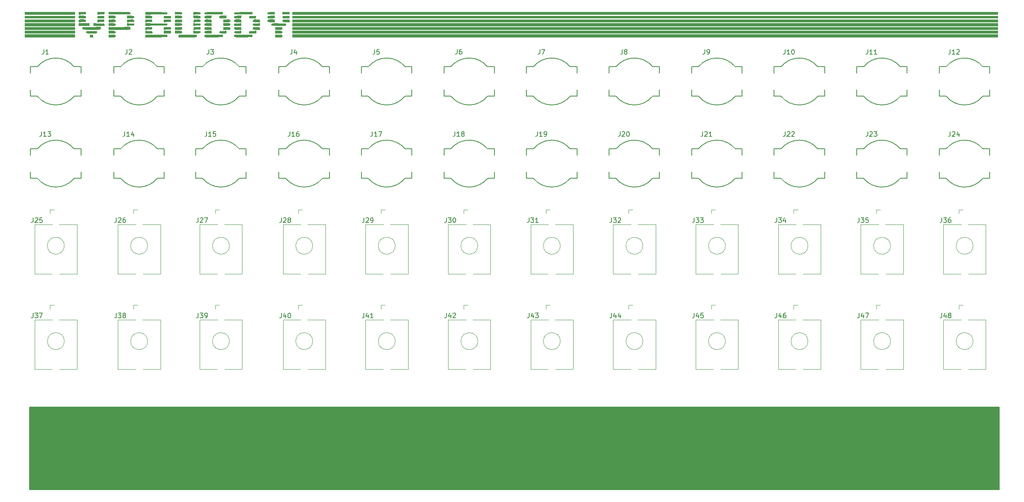
<source format=gbr>
%TF.GenerationSoftware,KiCad,Pcbnew,7.0.1-0*%
%TF.CreationDate,2023-05-06T12:03:47+02:00*%
%TF.ProjectId,video_patch_bay,76696465-6f5f-4706-9174-63685f626179,rev?*%
%TF.SameCoordinates,Original*%
%TF.FileFunction,Legend,Top*%
%TF.FilePolarity,Positive*%
%FSLAX46Y46*%
G04 Gerber Fmt 4.6, Leading zero omitted, Abs format (unit mm)*
G04 Created by KiCad (PCBNEW 7.0.1-0) date 2023-05-06 12:03:47*
%MOMM*%
%LPD*%
G01*
G04 APERTURE LIST*
%ADD10C,0.150000*%
%ADD11C,0.127000*%
%ADD12C,0.120000*%
G04 APERTURE END LIST*
D10*
X41964466Y-106035534D02*
X247500000Y-106035534D01*
X247500000Y-123535534D01*
X41964466Y-123535534D01*
X41964466Y-106035534D01*
G36*
X41964466Y-106035534D02*
G01*
X247500000Y-106035534D01*
X247500000Y-123535534D01*
X41964466Y-123535534D01*
X41964466Y-106035534D01*
G37*
%TO.C,J13*%
X44481187Y-47509046D02*
X44481187Y-48224350D01*
X44481187Y-48224350D02*
X44433501Y-48367411D01*
X44433501Y-48367411D02*
X44338127Y-48462785D01*
X44338127Y-48462785D02*
X44195066Y-48510471D01*
X44195066Y-48510471D02*
X44099692Y-48510471D01*
X45482612Y-48510471D02*
X44910369Y-48510471D01*
X45196491Y-48510471D02*
X45196491Y-47509046D01*
X45196491Y-47509046D02*
X45101117Y-47652107D01*
X45101117Y-47652107D02*
X45005743Y-47747481D01*
X45005743Y-47747481D02*
X44910369Y-47795168D01*
X45816420Y-47509046D02*
X46436350Y-47509046D01*
X46436350Y-47509046D02*
X46102542Y-47890542D01*
X46102542Y-47890542D02*
X46245602Y-47890542D01*
X46245602Y-47890542D02*
X46340976Y-47938229D01*
X46340976Y-47938229D02*
X46388663Y-47985915D01*
X46388663Y-47985915D02*
X46436350Y-48081289D01*
X46436350Y-48081289D02*
X46436350Y-48319724D01*
X46436350Y-48319724D02*
X46388663Y-48415098D01*
X46388663Y-48415098D02*
X46340976Y-48462785D01*
X46340976Y-48462785D02*
X46245602Y-48510471D01*
X46245602Y-48510471D02*
X45959481Y-48510471D01*
X45959481Y-48510471D02*
X45864107Y-48462785D01*
X45864107Y-48462785D02*
X45816420Y-48415098D01*
%TO.C,J44*%
X165335476Y-86053687D02*
X165335476Y-86767972D01*
X165335476Y-86767972D02*
X165287857Y-86910829D01*
X165287857Y-86910829D02*
X165192619Y-87006068D01*
X165192619Y-87006068D02*
X165049762Y-87053687D01*
X165049762Y-87053687D02*
X164954524Y-87053687D01*
X166240238Y-86387020D02*
X166240238Y-87053687D01*
X166002143Y-86006068D02*
X165764048Y-86720353D01*
X165764048Y-86720353D02*
X166383095Y-86720353D01*
X167192619Y-86387020D02*
X167192619Y-87053687D01*
X166954524Y-86006068D02*
X166716429Y-86720353D01*
X166716429Y-86720353D02*
X167335476Y-86720353D01*
%TO.C,J38*%
X60335476Y-86053687D02*
X60335476Y-86767972D01*
X60335476Y-86767972D02*
X60287857Y-86910829D01*
X60287857Y-86910829D02*
X60192619Y-87006068D01*
X60192619Y-87006068D02*
X60049762Y-87053687D01*
X60049762Y-87053687D02*
X59954524Y-87053687D01*
X60716429Y-86053687D02*
X61335476Y-86053687D01*
X61335476Y-86053687D02*
X61002143Y-86434639D01*
X61002143Y-86434639D02*
X61145000Y-86434639D01*
X61145000Y-86434639D02*
X61240238Y-86482258D01*
X61240238Y-86482258D02*
X61287857Y-86529877D01*
X61287857Y-86529877D02*
X61335476Y-86625115D01*
X61335476Y-86625115D02*
X61335476Y-86863210D01*
X61335476Y-86863210D02*
X61287857Y-86958448D01*
X61287857Y-86958448D02*
X61240238Y-87006068D01*
X61240238Y-87006068D02*
X61145000Y-87053687D01*
X61145000Y-87053687D02*
X60859286Y-87053687D01*
X60859286Y-87053687D02*
X60764048Y-87006068D01*
X60764048Y-87006068D02*
X60716429Y-86958448D01*
X61906905Y-86482258D02*
X61811667Y-86434639D01*
X61811667Y-86434639D02*
X61764048Y-86387020D01*
X61764048Y-86387020D02*
X61716429Y-86291782D01*
X61716429Y-86291782D02*
X61716429Y-86244163D01*
X61716429Y-86244163D02*
X61764048Y-86148925D01*
X61764048Y-86148925D02*
X61811667Y-86101306D01*
X61811667Y-86101306D02*
X61906905Y-86053687D01*
X61906905Y-86053687D02*
X62097381Y-86053687D01*
X62097381Y-86053687D02*
X62192619Y-86101306D01*
X62192619Y-86101306D02*
X62240238Y-86148925D01*
X62240238Y-86148925D02*
X62287857Y-86244163D01*
X62287857Y-86244163D02*
X62287857Y-86291782D01*
X62287857Y-86291782D02*
X62240238Y-86387020D01*
X62240238Y-86387020D02*
X62192619Y-86434639D01*
X62192619Y-86434639D02*
X62097381Y-86482258D01*
X62097381Y-86482258D02*
X61906905Y-86482258D01*
X61906905Y-86482258D02*
X61811667Y-86529877D01*
X61811667Y-86529877D02*
X61764048Y-86577496D01*
X61764048Y-86577496D02*
X61716429Y-86672734D01*
X61716429Y-86672734D02*
X61716429Y-86863210D01*
X61716429Y-86863210D02*
X61764048Y-86958448D01*
X61764048Y-86958448D02*
X61811667Y-87006068D01*
X61811667Y-87006068D02*
X61906905Y-87053687D01*
X61906905Y-87053687D02*
X62097381Y-87053687D01*
X62097381Y-87053687D02*
X62192619Y-87006068D01*
X62192619Y-87006068D02*
X62240238Y-86958448D01*
X62240238Y-86958448D02*
X62287857Y-86863210D01*
X62287857Y-86863210D02*
X62287857Y-86672734D01*
X62287857Y-86672734D02*
X62240238Y-86577496D01*
X62240238Y-86577496D02*
X62192619Y-86529877D01*
X62192619Y-86529877D02*
X62097381Y-86482258D01*
%TO.C,J11*%
X219631187Y-30073512D02*
X219631187Y-30788816D01*
X219631187Y-30788816D02*
X219583501Y-30931877D01*
X219583501Y-30931877D02*
X219488127Y-31027251D01*
X219488127Y-31027251D02*
X219345066Y-31074937D01*
X219345066Y-31074937D02*
X219249692Y-31074937D01*
X220632612Y-31074937D02*
X220060369Y-31074937D01*
X220346491Y-31074937D02*
X220346491Y-30073512D01*
X220346491Y-30073512D02*
X220251117Y-30216573D01*
X220251117Y-30216573D02*
X220155743Y-30311947D01*
X220155743Y-30311947D02*
X220060369Y-30359634D01*
X221586350Y-31074937D02*
X221014107Y-31074937D01*
X221300229Y-31074937D02*
X221300229Y-30073512D01*
X221300229Y-30073512D02*
X221204855Y-30216573D01*
X221204855Y-30216573D02*
X221109481Y-30311947D01*
X221109481Y-30311947D02*
X221014107Y-30359634D01*
%TO.C,J26*%
X60335476Y-65798153D02*
X60335476Y-66512438D01*
X60335476Y-66512438D02*
X60287857Y-66655295D01*
X60287857Y-66655295D02*
X60192619Y-66750534D01*
X60192619Y-66750534D02*
X60049762Y-66798153D01*
X60049762Y-66798153D02*
X59954524Y-66798153D01*
X60764048Y-65893391D02*
X60811667Y-65845772D01*
X60811667Y-65845772D02*
X60906905Y-65798153D01*
X60906905Y-65798153D02*
X61145000Y-65798153D01*
X61145000Y-65798153D02*
X61240238Y-65845772D01*
X61240238Y-65845772D02*
X61287857Y-65893391D01*
X61287857Y-65893391D02*
X61335476Y-65988629D01*
X61335476Y-65988629D02*
X61335476Y-66083867D01*
X61335476Y-66083867D02*
X61287857Y-66226724D01*
X61287857Y-66226724D02*
X60716429Y-66798153D01*
X60716429Y-66798153D02*
X61335476Y-66798153D01*
X62192619Y-65798153D02*
X62002143Y-65798153D01*
X62002143Y-65798153D02*
X61906905Y-65845772D01*
X61906905Y-65845772D02*
X61859286Y-65893391D01*
X61859286Y-65893391D02*
X61764048Y-66036248D01*
X61764048Y-66036248D02*
X61716429Y-66226724D01*
X61716429Y-66226724D02*
X61716429Y-66607676D01*
X61716429Y-66607676D02*
X61764048Y-66702914D01*
X61764048Y-66702914D02*
X61811667Y-66750534D01*
X61811667Y-66750534D02*
X61906905Y-66798153D01*
X61906905Y-66798153D02*
X62097381Y-66798153D01*
X62097381Y-66798153D02*
X62192619Y-66750534D01*
X62192619Y-66750534D02*
X62240238Y-66702914D01*
X62240238Y-66702914D02*
X62287857Y-66607676D01*
X62287857Y-66607676D02*
X62287857Y-66369581D01*
X62287857Y-66369581D02*
X62240238Y-66274343D01*
X62240238Y-66274343D02*
X62192619Y-66226724D01*
X62192619Y-66226724D02*
X62097381Y-66179105D01*
X62097381Y-66179105D02*
X61906905Y-66179105D01*
X61906905Y-66179105D02*
X61811667Y-66226724D01*
X61811667Y-66226724D02*
X61764048Y-66274343D01*
X61764048Y-66274343D02*
X61716429Y-66369581D01*
%TO.C,J4*%
X97608056Y-30073512D02*
X97608056Y-30788816D01*
X97608056Y-30788816D02*
X97560370Y-30931877D01*
X97560370Y-30931877D02*
X97464996Y-31027251D01*
X97464996Y-31027251D02*
X97321935Y-31074937D01*
X97321935Y-31074937D02*
X97226561Y-31074937D01*
X98514107Y-30407321D02*
X98514107Y-31074937D01*
X98275673Y-30025826D02*
X98037238Y-30741129D01*
X98037238Y-30741129D02*
X98657168Y-30741129D01*
%TO.C,J12*%
X237131187Y-30073512D02*
X237131187Y-30788816D01*
X237131187Y-30788816D02*
X237083501Y-30931877D01*
X237083501Y-30931877D02*
X236988127Y-31027251D01*
X236988127Y-31027251D02*
X236845066Y-31074937D01*
X236845066Y-31074937D02*
X236749692Y-31074937D01*
X238132612Y-31074937D02*
X237560369Y-31074937D01*
X237846491Y-31074937D02*
X237846491Y-30073512D01*
X237846491Y-30073512D02*
X237751117Y-30216573D01*
X237751117Y-30216573D02*
X237655743Y-30311947D01*
X237655743Y-30311947D02*
X237560369Y-30359634D01*
X238514107Y-30168886D02*
X238561794Y-30121199D01*
X238561794Y-30121199D02*
X238657168Y-30073512D01*
X238657168Y-30073512D02*
X238895602Y-30073512D01*
X238895602Y-30073512D02*
X238990976Y-30121199D01*
X238990976Y-30121199D02*
X239038663Y-30168886D01*
X239038663Y-30168886D02*
X239086350Y-30264260D01*
X239086350Y-30264260D02*
X239086350Y-30359634D01*
X239086350Y-30359634D02*
X239038663Y-30502695D01*
X239038663Y-30502695D02*
X238466420Y-31074937D01*
X238466420Y-31074937D02*
X239086350Y-31074937D01*
%TO.C,J36*%
X235335476Y-65798153D02*
X235335476Y-66512438D01*
X235335476Y-66512438D02*
X235287857Y-66655295D01*
X235287857Y-66655295D02*
X235192619Y-66750534D01*
X235192619Y-66750534D02*
X235049762Y-66798153D01*
X235049762Y-66798153D02*
X234954524Y-66798153D01*
X235716429Y-65798153D02*
X236335476Y-65798153D01*
X236335476Y-65798153D02*
X236002143Y-66179105D01*
X236002143Y-66179105D02*
X236145000Y-66179105D01*
X236145000Y-66179105D02*
X236240238Y-66226724D01*
X236240238Y-66226724D02*
X236287857Y-66274343D01*
X236287857Y-66274343D02*
X236335476Y-66369581D01*
X236335476Y-66369581D02*
X236335476Y-66607676D01*
X236335476Y-66607676D02*
X236287857Y-66702914D01*
X236287857Y-66702914D02*
X236240238Y-66750534D01*
X236240238Y-66750534D02*
X236145000Y-66798153D01*
X236145000Y-66798153D02*
X235859286Y-66798153D01*
X235859286Y-66798153D02*
X235764048Y-66750534D01*
X235764048Y-66750534D02*
X235716429Y-66702914D01*
X237192619Y-65798153D02*
X237002143Y-65798153D01*
X237002143Y-65798153D02*
X236906905Y-65845772D01*
X236906905Y-65845772D02*
X236859286Y-65893391D01*
X236859286Y-65893391D02*
X236764048Y-66036248D01*
X236764048Y-66036248D02*
X236716429Y-66226724D01*
X236716429Y-66226724D02*
X236716429Y-66607676D01*
X236716429Y-66607676D02*
X236764048Y-66702914D01*
X236764048Y-66702914D02*
X236811667Y-66750534D01*
X236811667Y-66750534D02*
X236906905Y-66798153D01*
X236906905Y-66798153D02*
X237097381Y-66798153D01*
X237097381Y-66798153D02*
X237192619Y-66750534D01*
X237192619Y-66750534D02*
X237240238Y-66702914D01*
X237240238Y-66702914D02*
X237287857Y-66607676D01*
X237287857Y-66607676D02*
X237287857Y-66369581D01*
X237287857Y-66369581D02*
X237240238Y-66274343D01*
X237240238Y-66274343D02*
X237192619Y-66226724D01*
X237192619Y-66226724D02*
X237097381Y-66179105D01*
X237097381Y-66179105D02*
X236906905Y-66179105D01*
X236906905Y-66179105D02*
X236811667Y-66226724D01*
X236811667Y-66226724D02*
X236764048Y-66274343D01*
X236764048Y-66274343D02*
X236716429Y-66369581D01*
%TO.C,J1*%
X44958056Y-30073512D02*
X44958056Y-30788816D01*
X44958056Y-30788816D02*
X44910370Y-30931877D01*
X44910370Y-30931877D02*
X44814996Y-31027251D01*
X44814996Y-31027251D02*
X44671935Y-31074937D01*
X44671935Y-31074937D02*
X44576561Y-31074937D01*
X45959481Y-31074937D02*
X45387238Y-31074937D01*
X45673360Y-31074937D02*
X45673360Y-30073512D01*
X45673360Y-30073512D02*
X45577986Y-30216573D01*
X45577986Y-30216573D02*
X45482612Y-30311947D01*
X45482612Y-30311947D02*
X45387238Y-30359634D01*
%TO.C,J45*%
X182835476Y-86053687D02*
X182835476Y-86767972D01*
X182835476Y-86767972D02*
X182787857Y-86910829D01*
X182787857Y-86910829D02*
X182692619Y-87006068D01*
X182692619Y-87006068D02*
X182549762Y-87053687D01*
X182549762Y-87053687D02*
X182454524Y-87053687D01*
X183740238Y-86387020D02*
X183740238Y-87053687D01*
X183502143Y-86006068D02*
X183264048Y-86720353D01*
X183264048Y-86720353D02*
X183883095Y-86720353D01*
X184740238Y-86053687D02*
X184264048Y-86053687D01*
X184264048Y-86053687D02*
X184216429Y-86529877D01*
X184216429Y-86529877D02*
X184264048Y-86482258D01*
X184264048Y-86482258D02*
X184359286Y-86434639D01*
X184359286Y-86434639D02*
X184597381Y-86434639D01*
X184597381Y-86434639D02*
X184692619Y-86482258D01*
X184692619Y-86482258D02*
X184740238Y-86529877D01*
X184740238Y-86529877D02*
X184787857Y-86625115D01*
X184787857Y-86625115D02*
X184787857Y-86863210D01*
X184787857Y-86863210D02*
X184740238Y-86958448D01*
X184740238Y-86958448D02*
X184692619Y-87006068D01*
X184692619Y-87006068D02*
X184597381Y-87053687D01*
X184597381Y-87053687D02*
X184359286Y-87053687D01*
X184359286Y-87053687D02*
X184264048Y-87006068D01*
X184264048Y-87006068D02*
X184216429Y-86958448D01*
%TO.C,J10*%
X202131187Y-30073512D02*
X202131187Y-30788816D01*
X202131187Y-30788816D02*
X202083501Y-30931877D01*
X202083501Y-30931877D02*
X201988127Y-31027251D01*
X201988127Y-31027251D02*
X201845066Y-31074937D01*
X201845066Y-31074937D02*
X201749692Y-31074937D01*
X203132612Y-31074937D02*
X202560369Y-31074937D01*
X202846491Y-31074937D02*
X202846491Y-30073512D01*
X202846491Y-30073512D02*
X202751117Y-30216573D01*
X202751117Y-30216573D02*
X202655743Y-30311947D01*
X202655743Y-30311947D02*
X202560369Y-30359634D01*
X203752542Y-30073512D02*
X203847915Y-30073512D01*
X203847915Y-30073512D02*
X203943289Y-30121199D01*
X203943289Y-30121199D02*
X203990976Y-30168886D01*
X203990976Y-30168886D02*
X204038663Y-30264260D01*
X204038663Y-30264260D02*
X204086350Y-30455008D01*
X204086350Y-30455008D02*
X204086350Y-30693442D01*
X204086350Y-30693442D02*
X204038663Y-30884190D01*
X204038663Y-30884190D02*
X203990976Y-30979564D01*
X203990976Y-30979564D02*
X203943289Y-31027251D01*
X203943289Y-31027251D02*
X203847915Y-31074937D01*
X203847915Y-31074937D02*
X203752542Y-31074937D01*
X203752542Y-31074937D02*
X203657168Y-31027251D01*
X203657168Y-31027251D02*
X203609481Y-30979564D01*
X203609481Y-30979564D02*
X203561794Y-30884190D01*
X203561794Y-30884190D02*
X203514107Y-30693442D01*
X203514107Y-30693442D02*
X203514107Y-30455008D01*
X203514107Y-30455008D02*
X203561794Y-30264260D01*
X203561794Y-30264260D02*
X203609481Y-30168886D01*
X203609481Y-30168886D02*
X203657168Y-30121199D01*
X203657168Y-30121199D02*
X203752542Y-30073512D01*
%TO.C,J33*%
X182835476Y-65798153D02*
X182835476Y-66512438D01*
X182835476Y-66512438D02*
X182787857Y-66655295D01*
X182787857Y-66655295D02*
X182692619Y-66750534D01*
X182692619Y-66750534D02*
X182549762Y-66798153D01*
X182549762Y-66798153D02*
X182454524Y-66798153D01*
X183216429Y-65798153D02*
X183835476Y-65798153D01*
X183835476Y-65798153D02*
X183502143Y-66179105D01*
X183502143Y-66179105D02*
X183645000Y-66179105D01*
X183645000Y-66179105D02*
X183740238Y-66226724D01*
X183740238Y-66226724D02*
X183787857Y-66274343D01*
X183787857Y-66274343D02*
X183835476Y-66369581D01*
X183835476Y-66369581D02*
X183835476Y-66607676D01*
X183835476Y-66607676D02*
X183787857Y-66702914D01*
X183787857Y-66702914D02*
X183740238Y-66750534D01*
X183740238Y-66750534D02*
X183645000Y-66798153D01*
X183645000Y-66798153D02*
X183359286Y-66798153D01*
X183359286Y-66798153D02*
X183264048Y-66750534D01*
X183264048Y-66750534D02*
X183216429Y-66702914D01*
X184168810Y-65798153D02*
X184787857Y-65798153D01*
X184787857Y-65798153D02*
X184454524Y-66179105D01*
X184454524Y-66179105D02*
X184597381Y-66179105D01*
X184597381Y-66179105D02*
X184692619Y-66226724D01*
X184692619Y-66226724D02*
X184740238Y-66274343D01*
X184740238Y-66274343D02*
X184787857Y-66369581D01*
X184787857Y-66369581D02*
X184787857Y-66607676D01*
X184787857Y-66607676D02*
X184740238Y-66702914D01*
X184740238Y-66702914D02*
X184692619Y-66750534D01*
X184692619Y-66750534D02*
X184597381Y-66798153D01*
X184597381Y-66798153D02*
X184311667Y-66798153D01*
X184311667Y-66798153D02*
X184216429Y-66750534D01*
X184216429Y-66750534D02*
X184168810Y-66702914D01*
%TO.C,J17*%
X114631187Y-47509046D02*
X114631187Y-48224350D01*
X114631187Y-48224350D02*
X114583501Y-48367411D01*
X114583501Y-48367411D02*
X114488127Y-48462785D01*
X114488127Y-48462785D02*
X114345066Y-48510471D01*
X114345066Y-48510471D02*
X114249692Y-48510471D01*
X115632612Y-48510471D02*
X115060369Y-48510471D01*
X115346491Y-48510471D02*
X115346491Y-47509046D01*
X115346491Y-47509046D02*
X115251117Y-47652107D01*
X115251117Y-47652107D02*
X115155743Y-47747481D01*
X115155743Y-47747481D02*
X115060369Y-47795168D01*
X115966420Y-47509046D02*
X116634037Y-47509046D01*
X116634037Y-47509046D02*
X116204855Y-48510471D01*
%TO.C,J6*%
X132608056Y-30073512D02*
X132608056Y-30788816D01*
X132608056Y-30788816D02*
X132560370Y-30931877D01*
X132560370Y-30931877D02*
X132464996Y-31027251D01*
X132464996Y-31027251D02*
X132321935Y-31074937D01*
X132321935Y-31074937D02*
X132226561Y-31074937D01*
X133514107Y-30073512D02*
X133323360Y-30073512D01*
X133323360Y-30073512D02*
X133227986Y-30121199D01*
X133227986Y-30121199D02*
X133180299Y-30168886D01*
X133180299Y-30168886D02*
X133084925Y-30311947D01*
X133084925Y-30311947D02*
X133037238Y-30502695D01*
X133037238Y-30502695D02*
X133037238Y-30884190D01*
X133037238Y-30884190D02*
X133084925Y-30979564D01*
X133084925Y-30979564D02*
X133132612Y-31027251D01*
X133132612Y-31027251D02*
X133227986Y-31074937D01*
X133227986Y-31074937D02*
X133418733Y-31074937D01*
X133418733Y-31074937D02*
X133514107Y-31027251D01*
X133514107Y-31027251D02*
X133561794Y-30979564D01*
X133561794Y-30979564D02*
X133609481Y-30884190D01*
X133609481Y-30884190D02*
X133609481Y-30645755D01*
X133609481Y-30645755D02*
X133561794Y-30550381D01*
X133561794Y-30550381D02*
X133514107Y-30502695D01*
X133514107Y-30502695D02*
X133418733Y-30455008D01*
X133418733Y-30455008D02*
X133227986Y-30455008D01*
X133227986Y-30455008D02*
X133132612Y-30502695D01*
X133132612Y-30502695D02*
X133084925Y-30550381D01*
X133084925Y-30550381D02*
X133037238Y-30645755D01*
%TO.C,J20*%
X167131187Y-47509046D02*
X167131187Y-48224350D01*
X167131187Y-48224350D02*
X167083501Y-48367411D01*
X167083501Y-48367411D02*
X166988127Y-48462785D01*
X166988127Y-48462785D02*
X166845066Y-48510471D01*
X166845066Y-48510471D02*
X166749692Y-48510471D01*
X167560369Y-47604420D02*
X167608056Y-47556733D01*
X167608056Y-47556733D02*
X167703430Y-47509046D01*
X167703430Y-47509046D02*
X167941864Y-47509046D01*
X167941864Y-47509046D02*
X168037238Y-47556733D01*
X168037238Y-47556733D02*
X168084925Y-47604420D01*
X168084925Y-47604420D02*
X168132612Y-47699794D01*
X168132612Y-47699794D02*
X168132612Y-47795168D01*
X168132612Y-47795168D02*
X168084925Y-47938229D01*
X168084925Y-47938229D02*
X167512682Y-48510471D01*
X167512682Y-48510471D02*
X168132612Y-48510471D01*
X168752542Y-47509046D02*
X168847915Y-47509046D01*
X168847915Y-47509046D02*
X168943289Y-47556733D01*
X168943289Y-47556733D02*
X168990976Y-47604420D01*
X168990976Y-47604420D02*
X169038663Y-47699794D01*
X169038663Y-47699794D02*
X169086350Y-47890542D01*
X169086350Y-47890542D02*
X169086350Y-48128976D01*
X169086350Y-48128976D02*
X169038663Y-48319724D01*
X169038663Y-48319724D02*
X168990976Y-48415098D01*
X168990976Y-48415098D02*
X168943289Y-48462785D01*
X168943289Y-48462785D02*
X168847915Y-48510471D01*
X168847915Y-48510471D02*
X168752542Y-48510471D01*
X168752542Y-48510471D02*
X168657168Y-48462785D01*
X168657168Y-48462785D02*
X168609481Y-48415098D01*
X168609481Y-48415098D02*
X168561794Y-48319724D01*
X168561794Y-48319724D02*
X168514107Y-48128976D01*
X168514107Y-48128976D02*
X168514107Y-47890542D01*
X168514107Y-47890542D02*
X168561794Y-47699794D01*
X168561794Y-47699794D02*
X168609481Y-47604420D01*
X168609481Y-47604420D02*
X168657168Y-47556733D01*
X168657168Y-47556733D02*
X168752542Y-47509046D01*
%TO.C,J16*%
X97131187Y-47509046D02*
X97131187Y-48224350D01*
X97131187Y-48224350D02*
X97083501Y-48367411D01*
X97083501Y-48367411D02*
X96988127Y-48462785D01*
X96988127Y-48462785D02*
X96845066Y-48510471D01*
X96845066Y-48510471D02*
X96749692Y-48510471D01*
X98132612Y-48510471D02*
X97560369Y-48510471D01*
X97846491Y-48510471D02*
X97846491Y-47509046D01*
X97846491Y-47509046D02*
X97751117Y-47652107D01*
X97751117Y-47652107D02*
X97655743Y-47747481D01*
X97655743Y-47747481D02*
X97560369Y-47795168D01*
X98990976Y-47509046D02*
X98800229Y-47509046D01*
X98800229Y-47509046D02*
X98704855Y-47556733D01*
X98704855Y-47556733D02*
X98657168Y-47604420D01*
X98657168Y-47604420D02*
X98561794Y-47747481D01*
X98561794Y-47747481D02*
X98514107Y-47938229D01*
X98514107Y-47938229D02*
X98514107Y-48319724D01*
X98514107Y-48319724D02*
X98561794Y-48415098D01*
X98561794Y-48415098D02*
X98609481Y-48462785D01*
X98609481Y-48462785D02*
X98704855Y-48510471D01*
X98704855Y-48510471D02*
X98895602Y-48510471D01*
X98895602Y-48510471D02*
X98990976Y-48462785D01*
X98990976Y-48462785D02*
X99038663Y-48415098D01*
X99038663Y-48415098D02*
X99086350Y-48319724D01*
X99086350Y-48319724D02*
X99086350Y-48081289D01*
X99086350Y-48081289D02*
X99038663Y-47985915D01*
X99038663Y-47985915D02*
X98990976Y-47938229D01*
X98990976Y-47938229D02*
X98895602Y-47890542D01*
X98895602Y-47890542D02*
X98704855Y-47890542D01*
X98704855Y-47890542D02*
X98609481Y-47938229D01*
X98609481Y-47938229D02*
X98561794Y-47985915D01*
X98561794Y-47985915D02*
X98514107Y-48081289D01*
%TO.C,J18*%
X132131187Y-47509046D02*
X132131187Y-48224350D01*
X132131187Y-48224350D02*
X132083501Y-48367411D01*
X132083501Y-48367411D02*
X131988127Y-48462785D01*
X131988127Y-48462785D02*
X131845066Y-48510471D01*
X131845066Y-48510471D02*
X131749692Y-48510471D01*
X133132612Y-48510471D02*
X132560369Y-48510471D01*
X132846491Y-48510471D02*
X132846491Y-47509046D01*
X132846491Y-47509046D02*
X132751117Y-47652107D01*
X132751117Y-47652107D02*
X132655743Y-47747481D01*
X132655743Y-47747481D02*
X132560369Y-47795168D01*
X133704855Y-47938229D02*
X133609481Y-47890542D01*
X133609481Y-47890542D02*
X133561794Y-47842855D01*
X133561794Y-47842855D02*
X133514107Y-47747481D01*
X133514107Y-47747481D02*
X133514107Y-47699794D01*
X133514107Y-47699794D02*
X133561794Y-47604420D01*
X133561794Y-47604420D02*
X133609481Y-47556733D01*
X133609481Y-47556733D02*
X133704855Y-47509046D01*
X133704855Y-47509046D02*
X133895602Y-47509046D01*
X133895602Y-47509046D02*
X133990976Y-47556733D01*
X133990976Y-47556733D02*
X134038663Y-47604420D01*
X134038663Y-47604420D02*
X134086350Y-47699794D01*
X134086350Y-47699794D02*
X134086350Y-47747481D01*
X134086350Y-47747481D02*
X134038663Y-47842855D01*
X134038663Y-47842855D02*
X133990976Y-47890542D01*
X133990976Y-47890542D02*
X133895602Y-47938229D01*
X133895602Y-47938229D02*
X133704855Y-47938229D01*
X133704855Y-47938229D02*
X133609481Y-47985915D01*
X133609481Y-47985915D02*
X133561794Y-48033602D01*
X133561794Y-48033602D02*
X133514107Y-48128976D01*
X133514107Y-48128976D02*
X133514107Y-48319724D01*
X133514107Y-48319724D02*
X133561794Y-48415098D01*
X133561794Y-48415098D02*
X133609481Y-48462785D01*
X133609481Y-48462785D02*
X133704855Y-48510471D01*
X133704855Y-48510471D02*
X133895602Y-48510471D01*
X133895602Y-48510471D02*
X133990976Y-48462785D01*
X133990976Y-48462785D02*
X134038663Y-48415098D01*
X134038663Y-48415098D02*
X134086350Y-48319724D01*
X134086350Y-48319724D02*
X134086350Y-48128976D01*
X134086350Y-48128976D02*
X134038663Y-48033602D01*
X134038663Y-48033602D02*
X133990976Y-47985915D01*
X133990976Y-47985915D02*
X133895602Y-47938229D01*
%TO.C,J41*%
X112835476Y-86053687D02*
X112835476Y-86767972D01*
X112835476Y-86767972D02*
X112787857Y-86910829D01*
X112787857Y-86910829D02*
X112692619Y-87006068D01*
X112692619Y-87006068D02*
X112549762Y-87053687D01*
X112549762Y-87053687D02*
X112454524Y-87053687D01*
X113740238Y-86387020D02*
X113740238Y-87053687D01*
X113502143Y-86006068D02*
X113264048Y-86720353D01*
X113264048Y-86720353D02*
X113883095Y-86720353D01*
X114787857Y-87053687D02*
X114216429Y-87053687D01*
X114502143Y-87053687D02*
X114502143Y-86053687D01*
X114502143Y-86053687D02*
X114406905Y-86196544D01*
X114406905Y-86196544D02*
X114311667Y-86291782D01*
X114311667Y-86291782D02*
X114216429Y-86339401D01*
%TO.C,J29*%
X112835476Y-65798153D02*
X112835476Y-66512438D01*
X112835476Y-66512438D02*
X112787857Y-66655295D01*
X112787857Y-66655295D02*
X112692619Y-66750534D01*
X112692619Y-66750534D02*
X112549762Y-66798153D01*
X112549762Y-66798153D02*
X112454524Y-66798153D01*
X113264048Y-65893391D02*
X113311667Y-65845772D01*
X113311667Y-65845772D02*
X113406905Y-65798153D01*
X113406905Y-65798153D02*
X113645000Y-65798153D01*
X113645000Y-65798153D02*
X113740238Y-65845772D01*
X113740238Y-65845772D02*
X113787857Y-65893391D01*
X113787857Y-65893391D02*
X113835476Y-65988629D01*
X113835476Y-65988629D02*
X113835476Y-66083867D01*
X113835476Y-66083867D02*
X113787857Y-66226724D01*
X113787857Y-66226724D02*
X113216429Y-66798153D01*
X113216429Y-66798153D02*
X113835476Y-66798153D01*
X114311667Y-66798153D02*
X114502143Y-66798153D01*
X114502143Y-66798153D02*
X114597381Y-66750534D01*
X114597381Y-66750534D02*
X114645000Y-66702914D01*
X114645000Y-66702914D02*
X114740238Y-66560057D01*
X114740238Y-66560057D02*
X114787857Y-66369581D01*
X114787857Y-66369581D02*
X114787857Y-65988629D01*
X114787857Y-65988629D02*
X114740238Y-65893391D01*
X114740238Y-65893391D02*
X114692619Y-65845772D01*
X114692619Y-65845772D02*
X114597381Y-65798153D01*
X114597381Y-65798153D02*
X114406905Y-65798153D01*
X114406905Y-65798153D02*
X114311667Y-65845772D01*
X114311667Y-65845772D02*
X114264048Y-65893391D01*
X114264048Y-65893391D02*
X114216429Y-65988629D01*
X114216429Y-65988629D02*
X114216429Y-66226724D01*
X114216429Y-66226724D02*
X114264048Y-66321962D01*
X114264048Y-66321962D02*
X114311667Y-66369581D01*
X114311667Y-66369581D02*
X114406905Y-66417200D01*
X114406905Y-66417200D02*
X114597381Y-66417200D01*
X114597381Y-66417200D02*
X114692619Y-66369581D01*
X114692619Y-66369581D02*
X114740238Y-66321962D01*
X114740238Y-66321962D02*
X114787857Y-66226724D01*
%TO.C,J46*%
X200335476Y-86053687D02*
X200335476Y-86767972D01*
X200335476Y-86767972D02*
X200287857Y-86910829D01*
X200287857Y-86910829D02*
X200192619Y-87006068D01*
X200192619Y-87006068D02*
X200049762Y-87053687D01*
X200049762Y-87053687D02*
X199954524Y-87053687D01*
X201240238Y-86387020D02*
X201240238Y-87053687D01*
X201002143Y-86006068D02*
X200764048Y-86720353D01*
X200764048Y-86720353D02*
X201383095Y-86720353D01*
X202192619Y-86053687D02*
X202002143Y-86053687D01*
X202002143Y-86053687D02*
X201906905Y-86101306D01*
X201906905Y-86101306D02*
X201859286Y-86148925D01*
X201859286Y-86148925D02*
X201764048Y-86291782D01*
X201764048Y-86291782D02*
X201716429Y-86482258D01*
X201716429Y-86482258D02*
X201716429Y-86863210D01*
X201716429Y-86863210D02*
X201764048Y-86958448D01*
X201764048Y-86958448D02*
X201811667Y-87006068D01*
X201811667Y-87006068D02*
X201906905Y-87053687D01*
X201906905Y-87053687D02*
X202097381Y-87053687D01*
X202097381Y-87053687D02*
X202192619Y-87006068D01*
X202192619Y-87006068D02*
X202240238Y-86958448D01*
X202240238Y-86958448D02*
X202287857Y-86863210D01*
X202287857Y-86863210D02*
X202287857Y-86625115D01*
X202287857Y-86625115D02*
X202240238Y-86529877D01*
X202240238Y-86529877D02*
X202192619Y-86482258D01*
X202192619Y-86482258D02*
X202097381Y-86434639D01*
X202097381Y-86434639D02*
X201906905Y-86434639D01*
X201906905Y-86434639D02*
X201811667Y-86482258D01*
X201811667Y-86482258D02*
X201764048Y-86529877D01*
X201764048Y-86529877D02*
X201716429Y-86625115D01*
%TO.C,J34*%
X200335476Y-65798153D02*
X200335476Y-66512438D01*
X200335476Y-66512438D02*
X200287857Y-66655295D01*
X200287857Y-66655295D02*
X200192619Y-66750534D01*
X200192619Y-66750534D02*
X200049762Y-66798153D01*
X200049762Y-66798153D02*
X199954524Y-66798153D01*
X200716429Y-65798153D02*
X201335476Y-65798153D01*
X201335476Y-65798153D02*
X201002143Y-66179105D01*
X201002143Y-66179105D02*
X201145000Y-66179105D01*
X201145000Y-66179105D02*
X201240238Y-66226724D01*
X201240238Y-66226724D02*
X201287857Y-66274343D01*
X201287857Y-66274343D02*
X201335476Y-66369581D01*
X201335476Y-66369581D02*
X201335476Y-66607676D01*
X201335476Y-66607676D02*
X201287857Y-66702914D01*
X201287857Y-66702914D02*
X201240238Y-66750534D01*
X201240238Y-66750534D02*
X201145000Y-66798153D01*
X201145000Y-66798153D02*
X200859286Y-66798153D01*
X200859286Y-66798153D02*
X200764048Y-66750534D01*
X200764048Y-66750534D02*
X200716429Y-66702914D01*
X202192619Y-66131486D02*
X202192619Y-66798153D01*
X201954524Y-65750534D02*
X201716429Y-66464819D01*
X201716429Y-66464819D02*
X202335476Y-66464819D01*
%TO.C,J47*%
X217835476Y-86053687D02*
X217835476Y-86767972D01*
X217835476Y-86767972D02*
X217787857Y-86910829D01*
X217787857Y-86910829D02*
X217692619Y-87006068D01*
X217692619Y-87006068D02*
X217549762Y-87053687D01*
X217549762Y-87053687D02*
X217454524Y-87053687D01*
X218740238Y-86387020D02*
X218740238Y-87053687D01*
X218502143Y-86006068D02*
X218264048Y-86720353D01*
X218264048Y-86720353D02*
X218883095Y-86720353D01*
X219168810Y-86053687D02*
X219835476Y-86053687D01*
X219835476Y-86053687D02*
X219406905Y-87053687D01*
%TO.C,J43*%
X147835476Y-86053687D02*
X147835476Y-86767972D01*
X147835476Y-86767972D02*
X147787857Y-86910829D01*
X147787857Y-86910829D02*
X147692619Y-87006068D01*
X147692619Y-87006068D02*
X147549762Y-87053687D01*
X147549762Y-87053687D02*
X147454524Y-87053687D01*
X148740238Y-86387020D02*
X148740238Y-87053687D01*
X148502143Y-86006068D02*
X148264048Y-86720353D01*
X148264048Y-86720353D02*
X148883095Y-86720353D01*
X149168810Y-86053687D02*
X149787857Y-86053687D01*
X149787857Y-86053687D02*
X149454524Y-86434639D01*
X149454524Y-86434639D02*
X149597381Y-86434639D01*
X149597381Y-86434639D02*
X149692619Y-86482258D01*
X149692619Y-86482258D02*
X149740238Y-86529877D01*
X149740238Y-86529877D02*
X149787857Y-86625115D01*
X149787857Y-86625115D02*
X149787857Y-86863210D01*
X149787857Y-86863210D02*
X149740238Y-86958448D01*
X149740238Y-86958448D02*
X149692619Y-87006068D01*
X149692619Y-87006068D02*
X149597381Y-87053687D01*
X149597381Y-87053687D02*
X149311667Y-87053687D01*
X149311667Y-87053687D02*
X149216429Y-87006068D01*
X149216429Y-87006068D02*
X149168810Y-86958448D01*
%TO.C,J2*%
X62608056Y-30073512D02*
X62608056Y-30788816D01*
X62608056Y-30788816D02*
X62560370Y-30931877D01*
X62560370Y-30931877D02*
X62464996Y-31027251D01*
X62464996Y-31027251D02*
X62321935Y-31074937D01*
X62321935Y-31074937D02*
X62226561Y-31074937D01*
X63037238Y-30168886D02*
X63084925Y-30121199D01*
X63084925Y-30121199D02*
X63180299Y-30073512D01*
X63180299Y-30073512D02*
X63418733Y-30073512D01*
X63418733Y-30073512D02*
X63514107Y-30121199D01*
X63514107Y-30121199D02*
X63561794Y-30168886D01*
X63561794Y-30168886D02*
X63609481Y-30264260D01*
X63609481Y-30264260D02*
X63609481Y-30359634D01*
X63609481Y-30359634D02*
X63561794Y-30502695D01*
X63561794Y-30502695D02*
X62989551Y-31074937D01*
X62989551Y-31074937D02*
X63609481Y-31074937D01*
%TO.C,J35*%
X217835476Y-65798153D02*
X217835476Y-66512438D01*
X217835476Y-66512438D02*
X217787857Y-66655295D01*
X217787857Y-66655295D02*
X217692619Y-66750534D01*
X217692619Y-66750534D02*
X217549762Y-66798153D01*
X217549762Y-66798153D02*
X217454524Y-66798153D01*
X218216429Y-65798153D02*
X218835476Y-65798153D01*
X218835476Y-65798153D02*
X218502143Y-66179105D01*
X218502143Y-66179105D02*
X218645000Y-66179105D01*
X218645000Y-66179105D02*
X218740238Y-66226724D01*
X218740238Y-66226724D02*
X218787857Y-66274343D01*
X218787857Y-66274343D02*
X218835476Y-66369581D01*
X218835476Y-66369581D02*
X218835476Y-66607676D01*
X218835476Y-66607676D02*
X218787857Y-66702914D01*
X218787857Y-66702914D02*
X218740238Y-66750534D01*
X218740238Y-66750534D02*
X218645000Y-66798153D01*
X218645000Y-66798153D02*
X218359286Y-66798153D01*
X218359286Y-66798153D02*
X218264048Y-66750534D01*
X218264048Y-66750534D02*
X218216429Y-66702914D01*
X219740238Y-65798153D02*
X219264048Y-65798153D01*
X219264048Y-65798153D02*
X219216429Y-66274343D01*
X219216429Y-66274343D02*
X219264048Y-66226724D01*
X219264048Y-66226724D02*
X219359286Y-66179105D01*
X219359286Y-66179105D02*
X219597381Y-66179105D01*
X219597381Y-66179105D02*
X219692619Y-66226724D01*
X219692619Y-66226724D02*
X219740238Y-66274343D01*
X219740238Y-66274343D02*
X219787857Y-66369581D01*
X219787857Y-66369581D02*
X219787857Y-66607676D01*
X219787857Y-66607676D02*
X219740238Y-66702914D01*
X219740238Y-66702914D02*
X219692619Y-66750534D01*
X219692619Y-66750534D02*
X219597381Y-66798153D01*
X219597381Y-66798153D02*
X219359286Y-66798153D01*
X219359286Y-66798153D02*
X219264048Y-66750534D01*
X219264048Y-66750534D02*
X219216429Y-66702914D01*
%TO.C,J28*%
X95335476Y-65798153D02*
X95335476Y-66512438D01*
X95335476Y-66512438D02*
X95287857Y-66655295D01*
X95287857Y-66655295D02*
X95192619Y-66750534D01*
X95192619Y-66750534D02*
X95049762Y-66798153D01*
X95049762Y-66798153D02*
X94954524Y-66798153D01*
X95764048Y-65893391D02*
X95811667Y-65845772D01*
X95811667Y-65845772D02*
X95906905Y-65798153D01*
X95906905Y-65798153D02*
X96145000Y-65798153D01*
X96145000Y-65798153D02*
X96240238Y-65845772D01*
X96240238Y-65845772D02*
X96287857Y-65893391D01*
X96287857Y-65893391D02*
X96335476Y-65988629D01*
X96335476Y-65988629D02*
X96335476Y-66083867D01*
X96335476Y-66083867D02*
X96287857Y-66226724D01*
X96287857Y-66226724D02*
X95716429Y-66798153D01*
X95716429Y-66798153D02*
X96335476Y-66798153D01*
X96906905Y-66226724D02*
X96811667Y-66179105D01*
X96811667Y-66179105D02*
X96764048Y-66131486D01*
X96764048Y-66131486D02*
X96716429Y-66036248D01*
X96716429Y-66036248D02*
X96716429Y-65988629D01*
X96716429Y-65988629D02*
X96764048Y-65893391D01*
X96764048Y-65893391D02*
X96811667Y-65845772D01*
X96811667Y-65845772D02*
X96906905Y-65798153D01*
X96906905Y-65798153D02*
X97097381Y-65798153D01*
X97097381Y-65798153D02*
X97192619Y-65845772D01*
X97192619Y-65845772D02*
X97240238Y-65893391D01*
X97240238Y-65893391D02*
X97287857Y-65988629D01*
X97287857Y-65988629D02*
X97287857Y-66036248D01*
X97287857Y-66036248D02*
X97240238Y-66131486D01*
X97240238Y-66131486D02*
X97192619Y-66179105D01*
X97192619Y-66179105D02*
X97097381Y-66226724D01*
X97097381Y-66226724D02*
X96906905Y-66226724D01*
X96906905Y-66226724D02*
X96811667Y-66274343D01*
X96811667Y-66274343D02*
X96764048Y-66321962D01*
X96764048Y-66321962D02*
X96716429Y-66417200D01*
X96716429Y-66417200D02*
X96716429Y-66607676D01*
X96716429Y-66607676D02*
X96764048Y-66702914D01*
X96764048Y-66702914D02*
X96811667Y-66750534D01*
X96811667Y-66750534D02*
X96906905Y-66798153D01*
X96906905Y-66798153D02*
X97097381Y-66798153D01*
X97097381Y-66798153D02*
X97192619Y-66750534D01*
X97192619Y-66750534D02*
X97240238Y-66702914D01*
X97240238Y-66702914D02*
X97287857Y-66607676D01*
X97287857Y-66607676D02*
X97287857Y-66417200D01*
X97287857Y-66417200D02*
X97240238Y-66321962D01*
X97240238Y-66321962D02*
X97192619Y-66274343D01*
X97192619Y-66274343D02*
X97097381Y-66226724D01*
%TO.C,J37*%
X42685476Y-86053687D02*
X42685476Y-86767972D01*
X42685476Y-86767972D02*
X42637857Y-86910829D01*
X42637857Y-86910829D02*
X42542619Y-87006068D01*
X42542619Y-87006068D02*
X42399762Y-87053687D01*
X42399762Y-87053687D02*
X42304524Y-87053687D01*
X43066429Y-86053687D02*
X43685476Y-86053687D01*
X43685476Y-86053687D02*
X43352143Y-86434639D01*
X43352143Y-86434639D02*
X43495000Y-86434639D01*
X43495000Y-86434639D02*
X43590238Y-86482258D01*
X43590238Y-86482258D02*
X43637857Y-86529877D01*
X43637857Y-86529877D02*
X43685476Y-86625115D01*
X43685476Y-86625115D02*
X43685476Y-86863210D01*
X43685476Y-86863210D02*
X43637857Y-86958448D01*
X43637857Y-86958448D02*
X43590238Y-87006068D01*
X43590238Y-87006068D02*
X43495000Y-87053687D01*
X43495000Y-87053687D02*
X43209286Y-87053687D01*
X43209286Y-87053687D02*
X43114048Y-87006068D01*
X43114048Y-87006068D02*
X43066429Y-86958448D01*
X44018810Y-86053687D02*
X44685476Y-86053687D01*
X44685476Y-86053687D02*
X44256905Y-87053687D01*
%TO.C,J48*%
X235335476Y-86053687D02*
X235335476Y-86767972D01*
X235335476Y-86767972D02*
X235287857Y-86910829D01*
X235287857Y-86910829D02*
X235192619Y-87006068D01*
X235192619Y-87006068D02*
X235049762Y-87053687D01*
X235049762Y-87053687D02*
X234954524Y-87053687D01*
X236240238Y-86387020D02*
X236240238Y-87053687D01*
X236002143Y-86006068D02*
X235764048Y-86720353D01*
X235764048Y-86720353D02*
X236383095Y-86720353D01*
X236906905Y-86482258D02*
X236811667Y-86434639D01*
X236811667Y-86434639D02*
X236764048Y-86387020D01*
X236764048Y-86387020D02*
X236716429Y-86291782D01*
X236716429Y-86291782D02*
X236716429Y-86244163D01*
X236716429Y-86244163D02*
X236764048Y-86148925D01*
X236764048Y-86148925D02*
X236811667Y-86101306D01*
X236811667Y-86101306D02*
X236906905Y-86053687D01*
X236906905Y-86053687D02*
X237097381Y-86053687D01*
X237097381Y-86053687D02*
X237192619Y-86101306D01*
X237192619Y-86101306D02*
X237240238Y-86148925D01*
X237240238Y-86148925D02*
X237287857Y-86244163D01*
X237287857Y-86244163D02*
X237287857Y-86291782D01*
X237287857Y-86291782D02*
X237240238Y-86387020D01*
X237240238Y-86387020D02*
X237192619Y-86434639D01*
X237192619Y-86434639D02*
X237097381Y-86482258D01*
X237097381Y-86482258D02*
X236906905Y-86482258D01*
X236906905Y-86482258D02*
X236811667Y-86529877D01*
X236811667Y-86529877D02*
X236764048Y-86577496D01*
X236764048Y-86577496D02*
X236716429Y-86672734D01*
X236716429Y-86672734D02*
X236716429Y-86863210D01*
X236716429Y-86863210D02*
X236764048Y-86958448D01*
X236764048Y-86958448D02*
X236811667Y-87006068D01*
X236811667Y-87006068D02*
X236906905Y-87053687D01*
X236906905Y-87053687D02*
X237097381Y-87053687D01*
X237097381Y-87053687D02*
X237192619Y-87006068D01*
X237192619Y-87006068D02*
X237240238Y-86958448D01*
X237240238Y-86958448D02*
X237287857Y-86863210D01*
X237287857Y-86863210D02*
X237287857Y-86672734D01*
X237287857Y-86672734D02*
X237240238Y-86577496D01*
X237240238Y-86577496D02*
X237192619Y-86529877D01*
X237192619Y-86529877D02*
X237097381Y-86482258D01*
%TO.C,J22*%
X202131187Y-47509046D02*
X202131187Y-48224350D01*
X202131187Y-48224350D02*
X202083501Y-48367411D01*
X202083501Y-48367411D02*
X201988127Y-48462785D01*
X201988127Y-48462785D02*
X201845066Y-48510471D01*
X201845066Y-48510471D02*
X201749692Y-48510471D01*
X202560369Y-47604420D02*
X202608056Y-47556733D01*
X202608056Y-47556733D02*
X202703430Y-47509046D01*
X202703430Y-47509046D02*
X202941864Y-47509046D01*
X202941864Y-47509046D02*
X203037238Y-47556733D01*
X203037238Y-47556733D02*
X203084925Y-47604420D01*
X203084925Y-47604420D02*
X203132612Y-47699794D01*
X203132612Y-47699794D02*
X203132612Y-47795168D01*
X203132612Y-47795168D02*
X203084925Y-47938229D01*
X203084925Y-47938229D02*
X202512682Y-48510471D01*
X202512682Y-48510471D02*
X203132612Y-48510471D01*
X203514107Y-47604420D02*
X203561794Y-47556733D01*
X203561794Y-47556733D02*
X203657168Y-47509046D01*
X203657168Y-47509046D02*
X203895602Y-47509046D01*
X203895602Y-47509046D02*
X203990976Y-47556733D01*
X203990976Y-47556733D02*
X204038663Y-47604420D01*
X204038663Y-47604420D02*
X204086350Y-47699794D01*
X204086350Y-47699794D02*
X204086350Y-47795168D01*
X204086350Y-47795168D02*
X204038663Y-47938229D01*
X204038663Y-47938229D02*
X203466420Y-48510471D01*
X203466420Y-48510471D02*
X204086350Y-48510471D01*
%TO.C,J40*%
X95335476Y-86053687D02*
X95335476Y-86767972D01*
X95335476Y-86767972D02*
X95287857Y-86910829D01*
X95287857Y-86910829D02*
X95192619Y-87006068D01*
X95192619Y-87006068D02*
X95049762Y-87053687D01*
X95049762Y-87053687D02*
X94954524Y-87053687D01*
X96240238Y-86387020D02*
X96240238Y-87053687D01*
X96002143Y-86006068D02*
X95764048Y-86720353D01*
X95764048Y-86720353D02*
X96383095Y-86720353D01*
X96954524Y-86053687D02*
X97049762Y-86053687D01*
X97049762Y-86053687D02*
X97145000Y-86101306D01*
X97145000Y-86101306D02*
X97192619Y-86148925D01*
X97192619Y-86148925D02*
X97240238Y-86244163D01*
X97240238Y-86244163D02*
X97287857Y-86434639D01*
X97287857Y-86434639D02*
X97287857Y-86672734D01*
X97287857Y-86672734D02*
X97240238Y-86863210D01*
X97240238Y-86863210D02*
X97192619Y-86958448D01*
X97192619Y-86958448D02*
X97145000Y-87006068D01*
X97145000Y-87006068D02*
X97049762Y-87053687D01*
X97049762Y-87053687D02*
X96954524Y-87053687D01*
X96954524Y-87053687D02*
X96859286Y-87006068D01*
X96859286Y-87006068D02*
X96811667Y-86958448D01*
X96811667Y-86958448D02*
X96764048Y-86863210D01*
X96764048Y-86863210D02*
X96716429Y-86672734D01*
X96716429Y-86672734D02*
X96716429Y-86434639D01*
X96716429Y-86434639D02*
X96764048Y-86244163D01*
X96764048Y-86244163D02*
X96811667Y-86148925D01*
X96811667Y-86148925D02*
X96859286Y-86101306D01*
X96859286Y-86101306D02*
X96954524Y-86053687D01*
%TO.C,J21*%
X184631187Y-47509046D02*
X184631187Y-48224350D01*
X184631187Y-48224350D02*
X184583501Y-48367411D01*
X184583501Y-48367411D02*
X184488127Y-48462785D01*
X184488127Y-48462785D02*
X184345066Y-48510471D01*
X184345066Y-48510471D02*
X184249692Y-48510471D01*
X185060369Y-47604420D02*
X185108056Y-47556733D01*
X185108056Y-47556733D02*
X185203430Y-47509046D01*
X185203430Y-47509046D02*
X185441864Y-47509046D01*
X185441864Y-47509046D02*
X185537238Y-47556733D01*
X185537238Y-47556733D02*
X185584925Y-47604420D01*
X185584925Y-47604420D02*
X185632612Y-47699794D01*
X185632612Y-47699794D02*
X185632612Y-47795168D01*
X185632612Y-47795168D02*
X185584925Y-47938229D01*
X185584925Y-47938229D02*
X185012682Y-48510471D01*
X185012682Y-48510471D02*
X185632612Y-48510471D01*
X186586350Y-48510471D02*
X186014107Y-48510471D01*
X186300229Y-48510471D02*
X186300229Y-47509046D01*
X186300229Y-47509046D02*
X186204855Y-47652107D01*
X186204855Y-47652107D02*
X186109481Y-47747481D01*
X186109481Y-47747481D02*
X186014107Y-47795168D01*
%TO.C,J42*%
X130335476Y-86053687D02*
X130335476Y-86767972D01*
X130335476Y-86767972D02*
X130287857Y-86910829D01*
X130287857Y-86910829D02*
X130192619Y-87006068D01*
X130192619Y-87006068D02*
X130049762Y-87053687D01*
X130049762Y-87053687D02*
X129954524Y-87053687D01*
X131240238Y-86387020D02*
X131240238Y-87053687D01*
X131002143Y-86006068D02*
X130764048Y-86720353D01*
X130764048Y-86720353D02*
X131383095Y-86720353D01*
X131716429Y-86148925D02*
X131764048Y-86101306D01*
X131764048Y-86101306D02*
X131859286Y-86053687D01*
X131859286Y-86053687D02*
X132097381Y-86053687D01*
X132097381Y-86053687D02*
X132192619Y-86101306D01*
X132192619Y-86101306D02*
X132240238Y-86148925D01*
X132240238Y-86148925D02*
X132287857Y-86244163D01*
X132287857Y-86244163D02*
X132287857Y-86339401D01*
X132287857Y-86339401D02*
X132240238Y-86482258D01*
X132240238Y-86482258D02*
X131668810Y-87053687D01*
X131668810Y-87053687D02*
X132287857Y-87053687D01*
%TO.C,J39*%
X77685476Y-86053687D02*
X77685476Y-86767972D01*
X77685476Y-86767972D02*
X77637857Y-86910829D01*
X77637857Y-86910829D02*
X77542619Y-87006068D01*
X77542619Y-87006068D02*
X77399762Y-87053687D01*
X77399762Y-87053687D02*
X77304524Y-87053687D01*
X78066429Y-86053687D02*
X78685476Y-86053687D01*
X78685476Y-86053687D02*
X78352143Y-86434639D01*
X78352143Y-86434639D02*
X78495000Y-86434639D01*
X78495000Y-86434639D02*
X78590238Y-86482258D01*
X78590238Y-86482258D02*
X78637857Y-86529877D01*
X78637857Y-86529877D02*
X78685476Y-86625115D01*
X78685476Y-86625115D02*
X78685476Y-86863210D01*
X78685476Y-86863210D02*
X78637857Y-86958448D01*
X78637857Y-86958448D02*
X78590238Y-87006068D01*
X78590238Y-87006068D02*
X78495000Y-87053687D01*
X78495000Y-87053687D02*
X78209286Y-87053687D01*
X78209286Y-87053687D02*
X78114048Y-87006068D01*
X78114048Y-87006068D02*
X78066429Y-86958448D01*
X79161667Y-87053687D02*
X79352143Y-87053687D01*
X79352143Y-87053687D02*
X79447381Y-87006068D01*
X79447381Y-87006068D02*
X79495000Y-86958448D01*
X79495000Y-86958448D02*
X79590238Y-86815591D01*
X79590238Y-86815591D02*
X79637857Y-86625115D01*
X79637857Y-86625115D02*
X79637857Y-86244163D01*
X79637857Y-86244163D02*
X79590238Y-86148925D01*
X79590238Y-86148925D02*
X79542619Y-86101306D01*
X79542619Y-86101306D02*
X79447381Y-86053687D01*
X79447381Y-86053687D02*
X79256905Y-86053687D01*
X79256905Y-86053687D02*
X79161667Y-86101306D01*
X79161667Y-86101306D02*
X79114048Y-86148925D01*
X79114048Y-86148925D02*
X79066429Y-86244163D01*
X79066429Y-86244163D02*
X79066429Y-86482258D01*
X79066429Y-86482258D02*
X79114048Y-86577496D01*
X79114048Y-86577496D02*
X79161667Y-86625115D01*
X79161667Y-86625115D02*
X79256905Y-86672734D01*
X79256905Y-86672734D02*
X79447381Y-86672734D01*
X79447381Y-86672734D02*
X79542619Y-86625115D01*
X79542619Y-86625115D02*
X79590238Y-86577496D01*
X79590238Y-86577496D02*
X79637857Y-86482258D01*
%TO.C,J25*%
X42685476Y-65798153D02*
X42685476Y-66512438D01*
X42685476Y-66512438D02*
X42637857Y-66655295D01*
X42637857Y-66655295D02*
X42542619Y-66750534D01*
X42542619Y-66750534D02*
X42399762Y-66798153D01*
X42399762Y-66798153D02*
X42304524Y-66798153D01*
X43114048Y-65893391D02*
X43161667Y-65845772D01*
X43161667Y-65845772D02*
X43256905Y-65798153D01*
X43256905Y-65798153D02*
X43495000Y-65798153D01*
X43495000Y-65798153D02*
X43590238Y-65845772D01*
X43590238Y-65845772D02*
X43637857Y-65893391D01*
X43637857Y-65893391D02*
X43685476Y-65988629D01*
X43685476Y-65988629D02*
X43685476Y-66083867D01*
X43685476Y-66083867D02*
X43637857Y-66226724D01*
X43637857Y-66226724D02*
X43066429Y-66798153D01*
X43066429Y-66798153D02*
X43685476Y-66798153D01*
X44590238Y-65798153D02*
X44114048Y-65798153D01*
X44114048Y-65798153D02*
X44066429Y-66274343D01*
X44066429Y-66274343D02*
X44114048Y-66226724D01*
X44114048Y-66226724D02*
X44209286Y-66179105D01*
X44209286Y-66179105D02*
X44447381Y-66179105D01*
X44447381Y-66179105D02*
X44542619Y-66226724D01*
X44542619Y-66226724D02*
X44590238Y-66274343D01*
X44590238Y-66274343D02*
X44637857Y-66369581D01*
X44637857Y-66369581D02*
X44637857Y-66607676D01*
X44637857Y-66607676D02*
X44590238Y-66702914D01*
X44590238Y-66702914D02*
X44542619Y-66750534D01*
X44542619Y-66750534D02*
X44447381Y-66798153D01*
X44447381Y-66798153D02*
X44209286Y-66798153D01*
X44209286Y-66798153D02*
X44114048Y-66750534D01*
X44114048Y-66750534D02*
X44066429Y-66702914D01*
%TO.C,J32*%
X165335476Y-65798153D02*
X165335476Y-66512438D01*
X165335476Y-66512438D02*
X165287857Y-66655295D01*
X165287857Y-66655295D02*
X165192619Y-66750534D01*
X165192619Y-66750534D02*
X165049762Y-66798153D01*
X165049762Y-66798153D02*
X164954524Y-66798153D01*
X165716429Y-65798153D02*
X166335476Y-65798153D01*
X166335476Y-65798153D02*
X166002143Y-66179105D01*
X166002143Y-66179105D02*
X166145000Y-66179105D01*
X166145000Y-66179105D02*
X166240238Y-66226724D01*
X166240238Y-66226724D02*
X166287857Y-66274343D01*
X166287857Y-66274343D02*
X166335476Y-66369581D01*
X166335476Y-66369581D02*
X166335476Y-66607676D01*
X166335476Y-66607676D02*
X166287857Y-66702914D01*
X166287857Y-66702914D02*
X166240238Y-66750534D01*
X166240238Y-66750534D02*
X166145000Y-66798153D01*
X166145000Y-66798153D02*
X165859286Y-66798153D01*
X165859286Y-66798153D02*
X165764048Y-66750534D01*
X165764048Y-66750534D02*
X165716429Y-66702914D01*
X166716429Y-65893391D02*
X166764048Y-65845772D01*
X166764048Y-65845772D02*
X166859286Y-65798153D01*
X166859286Y-65798153D02*
X167097381Y-65798153D01*
X167097381Y-65798153D02*
X167192619Y-65845772D01*
X167192619Y-65845772D02*
X167240238Y-65893391D01*
X167240238Y-65893391D02*
X167287857Y-65988629D01*
X167287857Y-65988629D02*
X167287857Y-66083867D01*
X167287857Y-66083867D02*
X167240238Y-66226724D01*
X167240238Y-66226724D02*
X166668810Y-66798153D01*
X166668810Y-66798153D02*
X167287857Y-66798153D01*
%TO.C,J19*%
X149631187Y-47509046D02*
X149631187Y-48224350D01*
X149631187Y-48224350D02*
X149583501Y-48367411D01*
X149583501Y-48367411D02*
X149488127Y-48462785D01*
X149488127Y-48462785D02*
X149345066Y-48510471D01*
X149345066Y-48510471D02*
X149249692Y-48510471D01*
X150632612Y-48510471D02*
X150060369Y-48510471D01*
X150346491Y-48510471D02*
X150346491Y-47509046D01*
X150346491Y-47509046D02*
X150251117Y-47652107D01*
X150251117Y-47652107D02*
X150155743Y-47747481D01*
X150155743Y-47747481D02*
X150060369Y-47795168D01*
X151109481Y-48510471D02*
X151300229Y-48510471D01*
X151300229Y-48510471D02*
X151395602Y-48462785D01*
X151395602Y-48462785D02*
X151443289Y-48415098D01*
X151443289Y-48415098D02*
X151538663Y-48272037D01*
X151538663Y-48272037D02*
X151586350Y-48081289D01*
X151586350Y-48081289D02*
X151586350Y-47699794D01*
X151586350Y-47699794D02*
X151538663Y-47604420D01*
X151538663Y-47604420D02*
X151490976Y-47556733D01*
X151490976Y-47556733D02*
X151395602Y-47509046D01*
X151395602Y-47509046D02*
X151204855Y-47509046D01*
X151204855Y-47509046D02*
X151109481Y-47556733D01*
X151109481Y-47556733D02*
X151061794Y-47604420D01*
X151061794Y-47604420D02*
X151014107Y-47699794D01*
X151014107Y-47699794D02*
X151014107Y-47938229D01*
X151014107Y-47938229D02*
X151061794Y-48033602D01*
X151061794Y-48033602D02*
X151109481Y-48081289D01*
X151109481Y-48081289D02*
X151204855Y-48128976D01*
X151204855Y-48128976D02*
X151395602Y-48128976D01*
X151395602Y-48128976D02*
X151490976Y-48081289D01*
X151490976Y-48081289D02*
X151538663Y-48033602D01*
X151538663Y-48033602D02*
X151586350Y-47938229D01*
%TO.C,J23*%
X219631187Y-47509046D02*
X219631187Y-48224350D01*
X219631187Y-48224350D02*
X219583501Y-48367411D01*
X219583501Y-48367411D02*
X219488127Y-48462785D01*
X219488127Y-48462785D02*
X219345066Y-48510471D01*
X219345066Y-48510471D02*
X219249692Y-48510471D01*
X220060369Y-47604420D02*
X220108056Y-47556733D01*
X220108056Y-47556733D02*
X220203430Y-47509046D01*
X220203430Y-47509046D02*
X220441864Y-47509046D01*
X220441864Y-47509046D02*
X220537238Y-47556733D01*
X220537238Y-47556733D02*
X220584925Y-47604420D01*
X220584925Y-47604420D02*
X220632612Y-47699794D01*
X220632612Y-47699794D02*
X220632612Y-47795168D01*
X220632612Y-47795168D02*
X220584925Y-47938229D01*
X220584925Y-47938229D02*
X220012682Y-48510471D01*
X220012682Y-48510471D02*
X220632612Y-48510471D01*
X220966420Y-47509046D02*
X221586350Y-47509046D01*
X221586350Y-47509046D02*
X221252542Y-47890542D01*
X221252542Y-47890542D02*
X221395602Y-47890542D01*
X221395602Y-47890542D02*
X221490976Y-47938229D01*
X221490976Y-47938229D02*
X221538663Y-47985915D01*
X221538663Y-47985915D02*
X221586350Y-48081289D01*
X221586350Y-48081289D02*
X221586350Y-48319724D01*
X221586350Y-48319724D02*
X221538663Y-48415098D01*
X221538663Y-48415098D02*
X221490976Y-48462785D01*
X221490976Y-48462785D02*
X221395602Y-48510471D01*
X221395602Y-48510471D02*
X221109481Y-48510471D01*
X221109481Y-48510471D02*
X221014107Y-48462785D01*
X221014107Y-48462785D02*
X220966420Y-48415098D01*
%TO.C,J14*%
X62131187Y-47509046D02*
X62131187Y-48224350D01*
X62131187Y-48224350D02*
X62083501Y-48367411D01*
X62083501Y-48367411D02*
X61988127Y-48462785D01*
X61988127Y-48462785D02*
X61845066Y-48510471D01*
X61845066Y-48510471D02*
X61749692Y-48510471D01*
X63132612Y-48510471D02*
X62560369Y-48510471D01*
X62846491Y-48510471D02*
X62846491Y-47509046D01*
X62846491Y-47509046D02*
X62751117Y-47652107D01*
X62751117Y-47652107D02*
X62655743Y-47747481D01*
X62655743Y-47747481D02*
X62560369Y-47795168D01*
X63990976Y-47842855D02*
X63990976Y-48510471D01*
X63752542Y-47461360D02*
X63514107Y-48176663D01*
X63514107Y-48176663D02*
X64134037Y-48176663D01*
%TO.C,J5*%
X115108056Y-30073512D02*
X115108056Y-30788816D01*
X115108056Y-30788816D02*
X115060370Y-30931877D01*
X115060370Y-30931877D02*
X114964996Y-31027251D01*
X114964996Y-31027251D02*
X114821935Y-31074937D01*
X114821935Y-31074937D02*
X114726561Y-31074937D01*
X116061794Y-30073512D02*
X115584925Y-30073512D01*
X115584925Y-30073512D02*
X115537238Y-30550381D01*
X115537238Y-30550381D02*
X115584925Y-30502695D01*
X115584925Y-30502695D02*
X115680299Y-30455008D01*
X115680299Y-30455008D02*
X115918733Y-30455008D01*
X115918733Y-30455008D02*
X116014107Y-30502695D01*
X116014107Y-30502695D02*
X116061794Y-30550381D01*
X116061794Y-30550381D02*
X116109481Y-30645755D01*
X116109481Y-30645755D02*
X116109481Y-30884190D01*
X116109481Y-30884190D02*
X116061794Y-30979564D01*
X116061794Y-30979564D02*
X116014107Y-31027251D01*
X116014107Y-31027251D02*
X115918733Y-31074937D01*
X115918733Y-31074937D02*
X115680299Y-31074937D01*
X115680299Y-31074937D02*
X115584925Y-31027251D01*
X115584925Y-31027251D02*
X115537238Y-30979564D01*
%TO.C,J30*%
X130335476Y-65798153D02*
X130335476Y-66512438D01*
X130335476Y-66512438D02*
X130287857Y-66655295D01*
X130287857Y-66655295D02*
X130192619Y-66750534D01*
X130192619Y-66750534D02*
X130049762Y-66798153D01*
X130049762Y-66798153D02*
X129954524Y-66798153D01*
X130716429Y-65798153D02*
X131335476Y-65798153D01*
X131335476Y-65798153D02*
X131002143Y-66179105D01*
X131002143Y-66179105D02*
X131145000Y-66179105D01*
X131145000Y-66179105D02*
X131240238Y-66226724D01*
X131240238Y-66226724D02*
X131287857Y-66274343D01*
X131287857Y-66274343D02*
X131335476Y-66369581D01*
X131335476Y-66369581D02*
X131335476Y-66607676D01*
X131335476Y-66607676D02*
X131287857Y-66702914D01*
X131287857Y-66702914D02*
X131240238Y-66750534D01*
X131240238Y-66750534D02*
X131145000Y-66798153D01*
X131145000Y-66798153D02*
X130859286Y-66798153D01*
X130859286Y-66798153D02*
X130764048Y-66750534D01*
X130764048Y-66750534D02*
X130716429Y-66702914D01*
X131954524Y-65798153D02*
X132049762Y-65798153D01*
X132049762Y-65798153D02*
X132145000Y-65845772D01*
X132145000Y-65845772D02*
X132192619Y-65893391D01*
X132192619Y-65893391D02*
X132240238Y-65988629D01*
X132240238Y-65988629D02*
X132287857Y-66179105D01*
X132287857Y-66179105D02*
X132287857Y-66417200D01*
X132287857Y-66417200D02*
X132240238Y-66607676D01*
X132240238Y-66607676D02*
X132192619Y-66702914D01*
X132192619Y-66702914D02*
X132145000Y-66750534D01*
X132145000Y-66750534D02*
X132049762Y-66798153D01*
X132049762Y-66798153D02*
X131954524Y-66798153D01*
X131954524Y-66798153D02*
X131859286Y-66750534D01*
X131859286Y-66750534D02*
X131811667Y-66702914D01*
X131811667Y-66702914D02*
X131764048Y-66607676D01*
X131764048Y-66607676D02*
X131716429Y-66417200D01*
X131716429Y-66417200D02*
X131716429Y-66179105D01*
X131716429Y-66179105D02*
X131764048Y-65988629D01*
X131764048Y-65988629D02*
X131811667Y-65893391D01*
X131811667Y-65893391D02*
X131859286Y-65845772D01*
X131859286Y-65845772D02*
X131954524Y-65798153D01*
%TO.C,J24*%
X237131187Y-47509046D02*
X237131187Y-48224350D01*
X237131187Y-48224350D02*
X237083501Y-48367411D01*
X237083501Y-48367411D02*
X236988127Y-48462785D01*
X236988127Y-48462785D02*
X236845066Y-48510471D01*
X236845066Y-48510471D02*
X236749692Y-48510471D01*
X237560369Y-47604420D02*
X237608056Y-47556733D01*
X237608056Y-47556733D02*
X237703430Y-47509046D01*
X237703430Y-47509046D02*
X237941864Y-47509046D01*
X237941864Y-47509046D02*
X238037238Y-47556733D01*
X238037238Y-47556733D02*
X238084925Y-47604420D01*
X238084925Y-47604420D02*
X238132612Y-47699794D01*
X238132612Y-47699794D02*
X238132612Y-47795168D01*
X238132612Y-47795168D02*
X238084925Y-47938229D01*
X238084925Y-47938229D02*
X237512682Y-48510471D01*
X237512682Y-48510471D02*
X238132612Y-48510471D01*
X238990976Y-47842855D02*
X238990976Y-48510471D01*
X238752542Y-47461360D02*
X238514107Y-48176663D01*
X238514107Y-48176663D02*
X239134037Y-48176663D01*
%TO.C,J9*%
X185108056Y-30073512D02*
X185108056Y-30788816D01*
X185108056Y-30788816D02*
X185060370Y-30931877D01*
X185060370Y-30931877D02*
X184964996Y-31027251D01*
X184964996Y-31027251D02*
X184821935Y-31074937D01*
X184821935Y-31074937D02*
X184726561Y-31074937D01*
X185632612Y-31074937D02*
X185823360Y-31074937D01*
X185823360Y-31074937D02*
X185918733Y-31027251D01*
X185918733Y-31027251D02*
X185966420Y-30979564D01*
X185966420Y-30979564D02*
X186061794Y-30836503D01*
X186061794Y-30836503D02*
X186109481Y-30645755D01*
X186109481Y-30645755D02*
X186109481Y-30264260D01*
X186109481Y-30264260D02*
X186061794Y-30168886D01*
X186061794Y-30168886D02*
X186014107Y-30121199D01*
X186014107Y-30121199D02*
X185918733Y-30073512D01*
X185918733Y-30073512D02*
X185727986Y-30073512D01*
X185727986Y-30073512D02*
X185632612Y-30121199D01*
X185632612Y-30121199D02*
X185584925Y-30168886D01*
X185584925Y-30168886D02*
X185537238Y-30264260D01*
X185537238Y-30264260D02*
X185537238Y-30502695D01*
X185537238Y-30502695D02*
X185584925Y-30598068D01*
X185584925Y-30598068D02*
X185632612Y-30645755D01*
X185632612Y-30645755D02*
X185727986Y-30693442D01*
X185727986Y-30693442D02*
X185918733Y-30693442D01*
X185918733Y-30693442D02*
X186014107Y-30645755D01*
X186014107Y-30645755D02*
X186061794Y-30598068D01*
X186061794Y-30598068D02*
X186109481Y-30502695D01*
%TO.C,J7*%
X150108056Y-30073512D02*
X150108056Y-30788816D01*
X150108056Y-30788816D02*
X150060370Y-30931877D01*
X150060370Y-30931877D02*
X149964996Y-31027251D01*
X149964996Y-31027251D02*
X149821935Y-31074937D01*
X149821935Y-31074937D02*
X149726561Y-31074937D01*
X150489551Y-30073512D02*
X151157168Y-30073512D01*
X151157168Y-30073512D02*
X150727986Y-31074937D01*
%TO.C,J3*%
X79958056Y-30073512D02*
X79958056Y-30788816D01*
X79958056Y-30788816D02*
X79910370Y-30931877D01*
X79910370Y-30931877D02*
X79814996Y-31027251D01*
X79814996Y-31027251D02*
X79671935Y-31074937D01*
X79671935Y-31074937D02*
X79576561Y-31074937D01*
X80339551Y-30073512D02*
X80959481Y-30073512D01*
X80959481Y-30073512D02*
X80625673Y-30455008D01*
X80625673Y-30455008D02*
X80768733Y-30455008D01*
X80768733Y-30455008D02*
X80864107Y-30502695D01*
X80864107Y-30502695D02*
X80911794Y-30550381D01*
X80911794Y-30550381D02*
X80959481Y-30645755D01*
X80959481Y-30645755D02*
X80959481Y-30884190D01*
X80959481Y-30884190D02*
X80911794Y-30979564D01*
X80911794Y-30979564D02*
X80864107Y-31027251D01*
X80864107Y-31027251D02*
X80768733Y-31074937D01*
X80768733Y-31074937D02*
X80482612Y-31074937D01*
X80482612Y-31074937D02*
X80387238Y-31027251D01*
X80387238Y-31027251D02*
X80339551Y-30979564D01*
%TO.C,J15*%
X79481187Y-47509046D02*
X79481187Y-48224350D01*
X79481187Y-48224350D02*
X79433501Y-48367411D01*
X79433501Y-48367411D02*
X79338127Y-48462785D01*
X79338127Y-48462785D02*
X79195066Y-48510471D01*
X79195066Y-48510471D02*
X79099692Y-48510471D01*
X80482612Y-48510471D02*
X79910369Y-48510471D01*
X80196491Y-48510471D02*
X80196491Y-47509046D01*
X80196491Y-47509046D02*
X80101117Y-47652107D01*
X80101117Y-47652107D02*
X80005743Y-47747481D01*
X80005743Y-47747481D02*
X79910369Y-47795168D01*
X81388663Y-47509046D02*
X80911794Y-47509046D01*
X80911794Y-47509046D02*
X80864107Y-47985915D01*
X80864107Y-47985915D02*
X80911794Y-47938229D01*
X80911794Y-47938229D02*
X81007168Y-47890542D01*
X81007168Y-47890542D02*
X81245602Y-47890542D01*
X81245602Y-47890542D02*
X81340976Y-47938229D01*
X81340976Y-47938229D02*
X81388663Y-47985915D01*
X81388663Y-47985915D02*
X81436350Y-48081289D01*
X81436350Y-48081289D02*
X81436350Y-48319724D01*
X81436350Y-48319724D02*
X81388663Y-48415098D01*
X81388663Y-48415098D02*
X81340976Y-48462785D01*
X81340976Y-48462785D02*
X81245602Y-48510471D01*
X81245602Y-48510471D02*
X81007168Y-48510471D01*
X81007168Y-48510471D02*
X80911794Y-48462785D01*
X80911794Y-48462785D02*
X80864107Y-48415098D01*
%TO.C,J27*%
X77685476Y-65798153D02*
X77685476Y-66512438D01*
X77685476Y-66512438D02*
X77637857Y-66655295D01*
X77637857Y-66655295D02*
X77542619Y-66750534D01*
X77542619Y-66750534D02*
X77399762Y-66798153D01*
X77399762Y-66798153D02*
X77304524Y-66798153D01*
X78114048Y-65893391D02*
X78161667Y-65845772D01*
X78161667Y-65845772D02*
X78256905Y-65798153D01*
X78256905Y-65798153D02*
X78495000Y-65798153D01*
X78495000Y-65798153D02*
X78590238Y-65845772D01*
X78590238Y-65845772D02*
X78637857Y-65893391D01*
X78637857Y-65893391D02*
X78685476Y-65988629D01*
X78685476Y-65988629D02*
X78685476Y-66083867D01*
X78685476Y-66083867D02*
X78637857Y-66226724D01*
X78637857Y-66226724D02*
X78066429Y-66798153D01*
X78066429Y-66798153D02*
X78685476Y-66798153D01*
X79018810Y-65798153D02*
X79685476Y-65798153D01*
X79685476Y-65798153D02*
X79256905Y-66798153D01*
%TO.C,J31*%
X147835476Y-65798153D02*
X147835476Y-66512438D01*
X147835476Y-66512438D02*
X147787857Y-66655295D01*
X147787857Y-66655295D02*
X147692619Y-66750534D01*
X147692619Y-66750534D02*
X147549762Y-66798153D01*
X147549762Y-66798153D02*
X147454524Y-66798153D01*
X148216429Y-65798153D02*
X148835476Y-65798153D01*
X148835476Y-65798153D02*
X148502143Y-66179105D01*
X148502143Y-66179105D02*
X148645000Y-66179105D01*
X148645000Y-66179105D02*
X148740238Y-66226724D01*
X148740238Y-66226724D02*
X148787857Y-66274343D01*
X148787857Y-66274343D02*
X148835476Y-66369581D01*
X148835476Y-66369581D02*
X148835476Y-66607676D01*
X148835476Y-66607676D02*
X148787857Y-66702914D01*
X148787857Y-66702914D02*
X148740238Y-66750534D01*
X148740238Y-66750534D02*
X148645000Y-66798153D01*
X148645000Y-66798153D02*
X148359286Y-66798153D01*
X148359286Y-66798153D02*
X148264048Y-66750534D01*
X148264048Y-66750534D02*
X148216429Y-66702914D01*
X149787857Y-66798153D02*
X149216429Y-66798153D01*
X149502143Y-66798153D02*
X149502143Y-65798153D01*
X149502143Y-65798153D02*
X149406905Y-65941010D01*
X149406905Y-65941010D02*
X149311667Y-66036248D01*
X149311667Y-66036248D02*
X149216429Y-66083867D01*
%TO.C,J8*%
X167608056Y-30073512D02*
X167608056Y-30788816D01*
X167608056Y-30788816D02*
X167560370Y-30931877D01*
X167560370Y-30931877D02*
X167464996Y-31027251D01*
X167464996Y-31027251D02*
X167321935Y-31074937D01*
X167321935Y-31074937D02*
X167226561Y-31074937D01*
X168227986Y-30502695D02*
X168132612Y-30455008D01*
X168132612Y-30455008D02*
X168084925Y-30407321D01*
X168084925Y-30407321D02*
X168037238Y-30311947D01*
X168037238Y-30311947D02*
X168037238Y-30264260D01*
X168037238Y-30264260D02*
X168084925Y-30168886D01*
X168084925Y-30168886D02*
X168132612Y-30121199D01*
X168132612Y-30121199D02*
X168227986Y-30073512D01*
X168227986Y-30073512D02*
X168418733Y-30073512D01*
X168418733Y-30073512D02*
X168514107Y-30121199D01*
X168514107Y-30121199D02*
X168561794Y-30168886D01*
X168561794Y-30168886D02*
X168609481Y-30264260D01*
X168609481Y-30264260D02*
X168609481Y-30311947D01*
X168609481Y-30311947D02*
X168561794Y-30407321D01*
X168561794Y-30407321D02*
X168514107Y-30455008D01*
X168514107Y-30455008D02*
X168418733Y-30502695D01*
X168418733Y-30502695D02*
X168227986Y-30502695D01*
X168227986Y-30502695D02*
X168132612Y-30550381D01*
X168132612Y-30550381D02*
X168084925Y-30598068D01*
X168084925Y-30598068D02*
X168037238Y-30693442D01*
X168037238Y-30693442D02*
X168037238Y-30884190D01*
X168037238Y-30884190D02*
X168084925Y-30979564D01*
X168084925Y-30979564D02*
X168132612Y-31027251D01*
X168132612Y-31027251D02*
X168227986Y-31074937D01*
X168227986Y-31074937D02*
X168418733Y-31074937D01*
X168418733Y-31074937D02*
X168514107Y-31027251D01*
X168514107Y-31027251D02*
X168561794Y-30979564D01*
X168561794Y-30979564D02*
X168609481Y-30884190D01*
X168609481Y-30884190D02*
X168609481Y-30693442D01*
X168609481Y-30693442D02*
X168561794Y-30598068D01*
X168561794Y-30598068D02*
X168514107Y-30550381D01*
X168514107Y-30550381D02*
X168418733Y-30502695D01*
D11*
%TO.C,J13*%
X42150000Y-51156068D02*
X42150000Y-52526068D01*
X42150000Y-56056068D02*
X42150000Y-57426068D01*
X43616000Y-51156068D02*
X42150000Y-51156068D01*
X43616000Y-57426068D02*
X42150000Y-57426068D01*
X52850000Y-51156068D02*
X51384000Y-51156068D01*
X52850000Y-51156068D02*
X52850000Y-52526068D01*
X52850000Y-56056068D02*
X52850000Y-57426068D01*
X52850000Y-57426068D02*
X51384000Y-57426068D01*
X51383999Y-51156069D02*
G75*
G03*
X43616001Y-51156069I-3883999J-3148850D01*
G01*
X43616001Y-57426067D02*
G75*
G03*
X51383999Y-57426067I3883999J3148850D01*
G01*
D12*
%TO.C,J44*%
X165675000Y-87491068D02*
X165675000Y-97991068D01*
X168945000Y-84341068D02*
X168945000Y-85141068D01*
X168945000Y-84341068D02*
X169805000Y-84341068D01*
X169375000Y-97991068D02*
X165675000Y-97991068D01*
X169455000Y-87491068D02*
X165675000Y-87491068D01*
X174675000Y-87491068D02*
X170895000Y-87491068D01*
X174675000Y-87491068D02*
X174675000Y-97991068D01*
X174675000Y-97991068D02*
X170975000Y-97991068D01*
X171975000Y-91991068D02*
G75*
G03*
X171975000Y-91991068I-1800000J0D01*
G01*
%TO.C,J38*%
X60675000Y-87491068D02*
X60675000Y-97991068D01*
X63945000Y-84341068D02*
X63945000Y-85141068D01*
X63945000Y-84341068D02*
X64805000Y-84341068D01*
X64375000Y-97991068D02*
X60675000Y-97991068D01*
X64455000Y-87491068D02*
X60675000Y-87491068D01*
X69675000Y-87491068D02*
X65895000Y-87491068D01*
X69675000Y-87491068D02*
X69675000Y-97991068D01*
X69675000Y-97991068D02*
X65975000Y-97991068D01*
X66975000Y-91991068D02*
G75*
G03*
X66975000Y-91991068I-1800000J0D01*
G01*
D11*
%TO.C,J11*%
X217300000Y-33720534D02*
X217300000Y-35090534D01*
X217300000Y-38620534D02*
X217300000Y-39990534D01*
X218766000Y-33720534D02*
X217300000Y-33720534D01*
X218766000Y-39990534D02*
X217300000Y-39990534D01*
X228000000Y-33720534D02*
X226534000Y-33720534D01*
X228000000Y-33720534D02*
X228000000Y-35090534D01*
X228000000Y-38620534D02*
X228000000Y-39990534D01*
X228000000Y-39990534D02*
X226534000Y-39990534D01*
X226533999Y-33720535D02*
G75*
G03*
X218766001Y-33720535I-3883999J-3148850D01*
G01*
X218766001Y-39990533D02*
G75*
G03*
X226533999Y-39990533I3883999J3148850D01*
G01*
D12*
%TO.C,J26*%
X60675000Y-67235534D02*
X60675000Y-77735534D01*
X63945000Y-64085534D02*
X63945000Y-64885534D01*
X63945000Y-64085534D02*
X64805000Y-64085534D01*
X64375000Y-77735534D02*
X60675000Y-77735534D01*
X64455000Y-67235534D02*
X60675000Y-67235534D01*
X69675000Y-67235534D02*
X65895000Y-67235534D01*
X69675000Y-67235534D02*
X69675000Y-77735534D01*
X69675000Y-77735534D02*
X65975000Y-77735534D01*
X66975000Y-71735534D02*
G75*
G03*
X66975000Y-71735534I-1800000J0D01*
G01*
D11*
%TO.C,J4*%
X94800000Y-33720534D02*
X94800000Y-35090534D01*
X94800000Y-38620534D02*
X94800000Y-39990534D01*
X96266000Y-33720534D02*
X94800000Y-33720534D01*
X96266000Y-39990534D02*
X94800000Y-39990534D01*
X105500000Y-33720534D02*
X104034000Y-33720534D01*
X105500000Y-33720534D02*
X105500000Y-35090534D01*
X105500000Y-38620534D02*
X105500000Y-39990534D01*
X105500000Y-39990534D02*
X104034000Y-39990534D01*
X104033999Y-33720535D02*
G75*
G03*
X96266001Y-33720535I-3883999J-3148850D01*
G01*
X96266001Y-39990533D02*
G75*
G03*
X104033999Y-39990533I3883999J3148850D01*
G01*
%TO.C,J12*%
X234800000Y-33720534D02*
X234800000Y-35090534D01*
X234800000Y-38620534D02*
X234800000Y-39990534D01*
X236266000Y-33720534D02*
X234800000Y-33720534D01*
X236266000Y-39990534D02*
X234800000Y-39990534D01*
X245500000Y-33720534D02*
X244034000Y-33720534D01*
X245500000Y-33720534D02*
X245500000Y-35090534D01*
X245500000Y-38620534D02*
X245500000Y-39990534D01*
X245500000Y-39990534D02*
X244034000Y-39990534D01*
X244033999Y-33720535D02*
G75*
G03*
X236266001Y-33720535I-3883999J-3148850D01*
G01*
X236266001Y-39990533D02*
G75*
G03*
X244033999Y-39990533I3883999J3148850D01*
G01*
D12*
%TO.C,J36*%
X235675000Y-67235534D02*
X235675000Y-77735534D01*
X238945000Y-64085534D02*
X238945000Y-64885534D01*
X238945000Y-64085534D02*
X239805000Y-64085534D01*
X239375000Y-77735534D02*
X235675000Y-77735534D01*
X239455000Y-67235534D02*
X235675000Y-67235534D01*
X244675000Y-67235534D02*
X240895000Y-67235534D01*
X244675000Y-67235534D02*
X244675000Y-77735534D01*
X244675000Y-77735534D02*
X240975000Y-77735534D01*
X241975000Y-71735534D02*
G75*
G03*
X241975000Y-71735534I-1800000J0D01*
G01*
D11*
%TO.C,J1*%
X42150000Y-33720534D02*
X42150000Y-35090534D01*
X42150000Y-38620534D02*
X42150000Y-39990534D01*
X43616000Y-33720534D02*
X42150000Y-33720534D01*
X43616000Y-39990534D02*
X42150000Y-39990534D01*
X52850000Y-33720534D02*
X51384000Y-33720534D01*
X52850000Y-33720534D02*
X52850000Y-35090534D01*
X52850000Y-38620534D02*
X52850000Y-39990534D01*
X52850000Y-39990534D02*
X51384000Y-39990534D01*
X51383999Y-33720535D02*
G75*
G03*
X43616001Y-33720535I-3883999J-3148850D01*
G01*
X43616001Y-39990533D02*
G75*
G03*
X51383999Y-39990533I3883999J3148850D01*
G01*
D12*
%TO.C,J45*%
X183175000Y-87491068D02*
X183175000Y-97991068D01*
X186445000Y-84341068D02*
X186445000Y-85141068D01*
X186445000Y-84341068D02*
X187305000Y-84341068D01*
X186875000Y-97991068D02*
X183175000Y-97991068D01*
X186955000Y-87491068D02*
X183175000Y-87491068D01*
X192175000Y-87491068D02*
X188395000Y-87491068D01*
X192175000Y-87491068D02*
X192175000Y-97991068D01*
X192175000Y-97991068D02*
X188475000Y-97991068D01*
X189475000Y-91991068D02*
G75*
G03*
X189475000Y-91991068I-1800000J0D01*
G01*
D11*
%TO.C,J10*%
X199800000Y-33720534D02*
X199800000Y-35090534D01*
X199800000Y-38620534D02*
X199800000Y-39990534D01*
X201266000Y-33720534D02*
X199800000Y-33720534D01*
X201266000Y-39990534D02*
X199800000Y-39990534D01*
X210500000Y-33720534D02*
X209034000Y-33720534D01*
X210500000Y-33720534D02*
X210500000Y-35090534D01*
X210500000Y-38620534D02*
X210500000Y-39990534D01*
X210500000Y-39990534D02*
X209034000Y-39990534D01*
X209033999Y-33720535D02*
G75*
G03*
X201266001Y-33720535I-3883999J-3148850D01*
G01*
X201266001Y-39990533D02*
G75*
G03*
X209033999Y-39990533I3883999J3148850D01*
G01*
D12*
%TO.C,J33*%
X183175000Y-67235534D02*
X183175000Y-77735534D01*
X186445000Y-64085534D02*
X186445000Y-64885534D01*
X186445000Y-64085534D02*
X187305000Y-64085534D01*
X186875000Y-77735534D02*
X183175000Y-77735534D01*
X186955000Y-67235534D02*
X183175000Y-67235534D01*
X192175000Y-67235534D02*
X188395000Y-67235534D01*
X192175000Y-67235534D02*
X192175000Y-77735534D01*
X192175000Y-77735534D02*
X188475000Y-77735534D01*
X189475000Y-71735534D02*
G75*
G03*
X189475000Y-71735534I-1800000J0D01*
G01*
D11*
%TO.C,J17*%
X112300000Y-51156068D02*
X112300000Y-52526068D01*
X112300000Y-56056068D02*
X112300000Y-57426068D01*
X113766000Y-51156068D02*
X112300000Y-51156068D01*
X113766000Y-57426068D02*
X112300000Y-57426068D01*
X123000000Y-51156068D02*
X121534000Y-51156068D01*
X123000000Y-51156068D02*
X123000000Y-52526068D01*
X123000000Y-56056068D02*
X123000000Y-57426068D01*
X123000000Y-57426068D02*
X121534000Y-57426068D01*
X121533999Y-51156069D02*
G75*
G03*
X113766001Y-51156069I-3883999J-3148850D01*
G01*
X113766001Y-57426067D02*
G75*
G03*
X121533999Y-57426067I3883999J3148850D01*
G01*
%TO.C,J6*%
X129800000Y-33720534D02*
X129800000Y-35090534D01*
X129800000Y-38620534D02*
X129800000Y-39990534D01*
X131266000Y-33720534D02*
X129800000Y-33720534D01*
X131266000Y-39990534D02*
X129800000Y-39990534D01*
X140500000Y-33720534D02*
X139034000Y-33720534D01*
X140500000Y-33720534D02*
X140500000Y-35090534D01*
X140500000Y-38620534D02*
X140500000Y-39990534D01*
X140500000Y-39990534D02*
X139034000Y-39990534D01*
X139033999Y-33720535D02*
G75*
G03*
X131266001Y-33720535I-3883999J-3148850D01*
G01*
X131266001Y-39990533D02*
G75*
G03*
X139033999Y-39990533I3883999J3148850D01*
G01*
%TO.C,J20*%
X164800000Y-51156068D02*
X164800000Y-52526068D01*
X164800000Y-56056068D02*
X164800000Y-57426068D01*
X166266000Y-51156068D02*
X164800000Y-51156068D01*
X166266000Y-57426068D02*
X164800000Y-57426068D01*
X175500000Y-51156068D02*
X174034000Y-51156068D01*
X175500000Y-51156068D02*
X175500000Y-52526068D01*
X175500000Y-56056068D02*
X175500000Y-57426068D01*
X175500000Y-57426068D02*
X174034000Y-57426068D01*
X174033999Y-51156069D02*
G75*
G03*
X166266001Y-51156069I-3883999J-3148850D01*
G01*
X166266001Y-57426067D02*
G75*
G03*
X174033999Y-57426067I3883999J3148850D01*
G01*
%TO.C,J16*%
X94800000Y-51156068D02*
X94800000Y-52526068D01*
X94800000Y-56056068D02*
X94800000Y-57426068D01*
X96266000Y-51156068D02*
X94800000Y-51156068D01*
X96266000Y-57426068D02*
X94800000Y-57426068D01*
X105500000Y-51156068D02*
X104034000Y-51156068D01*
X105500000Y-51156068D02*
X105500000Y-52526068D01*
X105500000Y-56056068D02*
X105500000Y-57426068D01*
X105500000Y-57426068D02*
X104034000Y-57426068D01*
X104033999Y-51156069D02*
G75*
G03*
X96266001Y-51156069I-3883999J-3148850D01*
G01*
X96266001Y-57426067D02*
G75*
G03*
X104033999Y-57426067I3883999J3148850D01*
G01*
%TO.C,J18*%
X129800000Y-51156068D02*
X129800000Y-52526068D01*
X129800000Y-56056068D02*
X129800000Y-57426068D01*
X131266000Y-51156068D02*
X129800000Y-51156068D01*
X131266000Y-57426068D02*
X129800000Y-57426068D01*
X140500000Y-51156068D02*
X139034000Y-51156068D01*
X140500000Y-51156068D02*
X140500000Y-52526068D01*
X140500000Y-56056068D02*
X140500000Y-57426068D01*
X140500000Y-57426068D02*
X139034000Y-57426068D01*
X139033999Y-51156069D02*
G75*
G03*
X131266001Y-51156069I-3883999J-3148850D01*
G01*
X131266001Y-57426067D02*
G75*
G03*
X139033999Y-57426067I3883999J3148850D01*
G01*
D12*
%TO.C,J41*%
X113175000Y-87491068D02*
X113175000Y-97991068D01*
X116445000Y-84341068D02*
X116445000Y-85141068D01*
X116445000Y-84341068D02*
X117305000Y-84341068D01*
X116875000Y-97991068D02*
X113175000Y-97991068D01*
X116955000Y-87491068D02*
X113175000Y-87491068D01*
X122175000Y-87491068D02*
X118395000Y-87491068D01*
X122175000Y-87491068D02*
X122175000Y-97991068D01*
X122175000Y-97991068D02*
X118475000Y-97991068D01*
X119475000Y-91991068D02*
G75*
G03*
X119475000Y-91991068I-1800000J0D01*
G01*
%TO.C,J29*%
X113175000Y-67235534D02*
X113175000Y-77735534D01*
X116445000Y-64085534D02*
X116445000Y-64885534D01*
X116445000Y-64085534D02*
X117305000Y-64085534D01*
X116875000Y-77735534D02*
X113175000Y-77735534D01*
X116955000Y-67235534D02*
X113175000Y-67235534D01*
X122175000Y-67235534D02*
X118395000Y-67235534D01*
X122175000Y-67235534D02*
X122175000Y-77735534D01*
X122175000Y-77735534D02*
X118475000Y-77735534D01*
X119475000Y-71735534D02*
G75*
G03*
X119475000Y-71735534I-1800000J0D01*
G01*
%TO.C,J46*%
X200675000Y-87491068D02*
X200675000Y-97991068D01*
X203945000Y-84341068D02*
X203945000Y-85141068D01*
X203945000Y-84341068D02*
X204805000Y-84341068D01*
X204375000Y-97991068D02*
X200675000Y-97991068D01*
X204455000Y-87491068D02*
X200675000Y-87491068D01*
X209675000Y-87491068D02*
X205895000Y-87491068D01*
X209675000Y-87491068D02*
X209675000Y-97991068D01*
X209675000Y-97991068D02*
X205975000Y-97991068D01*
X206975000Y-91991068D02*
G75*
G03*
X206975000Y-91991068I-1800000J0D01*
G01*
%TO.C,J34*%
X200675000Y-67235534D02*
X200675000Y-77735534D01*
X203945000Y-64085534D02*
X203945000Y-64885534D01*
X203945000Y-64085534D02*
X204805000Y-64085534D01*
X204375000Y-77735534D02*
X200675000Y-77735534D01*
X204455000Y-67235534D02*
X200675000Y-67235534D01*
X209675000Y-67235534D02*
X205895000Y-67235534D01*
X209675000Y-67235534D02*
X209675000Y-77735534D01*
X209675000Y-77735534D02*
X205975000Y-77735534D01*
X206975000Y-71735534D02*
G75*
G03*
X206975000Y-71735534I-1800000J0D01*
G01*
%TO.C,J47*%
X218175000Y-87491068D02*
X218175000Y-97991068D01*
X221445000Y-84341068D02*
X221445000Y-85141068D01*
X221445000Y-84341068D02*
X222305000Y-84341068D01*
X221875000Y-97991068D02*
X218175000Y-97991068D01*
X221955000Y-87491068D02*
X218175000Y-87491068D01*
X227175000Y-87491068D02*
X223395000Y-87491068D01*
X227175000Y-87491068D02*
X227175000Y-97991068D01*
X227175000Y-97991068D02*
X223475000Y-97991068D01*
X224475000Y-91991068D02*
G75*
G03*
X224475000Y-91991068I-1800000J0D01*
G01*
%TO.C,J43*%
X148175000Y-87491068D02*
X148175000Y-97991068D01*
X151445000Y-84341068D02*
X151445000Y-85141068D01*
X151445000Y-84341068D02*
X152305000Y-84341068D01*
X151875000Y-97991068D02*
X148175000Y-97991068D01*
X151955000Y-87491068D02*
X148175000Y-87491068D01*
X157175000Y-87491068D02*
X153395000Y-87491068D01*
X157175000Y-87491068D02*
X157175000Y-97991068D01*
X157175000Y-97991068D02*
X153475000Y-97991068D01*
X154475000Y-91991068D02*
G75*
G03*
X154475000Y-91991068I-1800000J0D01*
G01*
D11*
%TO.C,J2*%
X59800000Y-33720534D02*
X59800000Y-35090534D01*
X59800000Y-38620534D02*
X59800000Y-39990534D01*
X61266000Y-33720534D02*
X59800000Y-33720534D01*
X61266000Y-39990534D02*
X59800000Y-39990534D01*
X70500000Y-33720534D02*
X69034000Y-33720534D01*
X70500000Y-33720534D02*
X70500000Y-35090534D01*
X70500000Y-38620534D02*
X70500000Y-39990534D01*
X70500000Y-39990534D02*
X69034000Y-39990534D01*
X69033999Y-33720535D02*
G75*
G03*
X61266001Y-33720535I-3883999J-3148850D01*
G01*
X61266001Y-39990533D02*
G75*
G03*
X69033999Y-39990533I3883999J3148850D01*
G01*
D12*
%TO.C,J35*%
X218175000Y-67235534D02*
X218175000Y-77735534D01*
X221445000Y-64085534D02*
X221445000Y-64885534D01*
X221445000Y-64085534D02*
X222305000Y-64085534D01*
X221875000Y-77735534D02*
X218175000Y-77735534D01*
X221955000Y-67235534D02*
X218175000Y-67235534D01*
X227175000Y-67235534D02*
X223395000Y-67235534D01*
X227175000Y-67235534D02*
X227175000Y-77735534D01*
X227175000Y-77735534D02*
X223475000Y-77735534D01*
X224475000Y-71735534D02*
G75*
G03*
X224475000Y-71735534I-1800000J0D01*
G01*
%TO.C,J28*%
X95675000Y-67235534D02*
X95675000Y-77735534D01*
X98945000Y-64085534D02*
X98945000Y-64885534D01*
X98945000Y-64085534D02*
X99805000Y-64085534D01*
X99375000Y-77735534D02*
X95675000Y-77735534D01*
X99455000Y-67235534D02*
X95675000Y-67235534D01*
X104675000Y-67235534D02*
X100895000Y-67235534D01*
X104675000Y-67235534D02*
X104675000Y-77735534D01*
X104675000Y-77735534D02*
X100975000Y-77735534D01*
X101975000Y-71735534D02*
G75*
G03*
X101975000Y-71735534I-1800000J0D01*
G01*
%TO.C,J37*%
X43025000Y-87491068D02*
X43025000Y-97991068D01*
X46295000Y-84341068D02*
X46295000Y-85141068D01*
X46295000Y-84341068D02*
X47155000Y-84341068D01*
X46725000Y-97991068D02*
X43025000Y-97991068D01*
X46805000Y-87491068D02*
X43025000Y-87491068D01*
X52025000Y-87491068D02*
X48245000Y-87491068D01*
X52025000Y-87491068D02*
X52025000Y-97991068D01*
X52025000Y-97991068D02*
X48325000Y-97991068D01*
X49325000Y-91991068D02*
G75*
G03*
X49325000Y-91991068I-1800000J0D01*
G01*
%TO.C,J48*%
X235675000Y-87491068D02*
X235675000Y-97991068D01*
X238945000Y-84341068D02*
X238945000Y-85141068D01*
X238945000Y-84341068D02*
X239805000Y-84341068D01*
X239375000Y-97991068D02*
X235675000Y-97991068D01*
X239455000Y-87491068D02*
X235675000Y-87491068D01*
X244675000Y-87491068D02*
X240895000Y-87491068D01*
X244675000Y-87491068D02*
X244675000Y-97991068D01*
X244675000Y-97991068D02*
X240975000Y-97991068D01*
X241975000Y-91991068D02*
G75*
G03*
X241975000Y-91991068I-1800000J0D01*
G01*
D11*
%TO.C,J22*%
X199800000Y-51156068D02*
X199800000Y-52526068D01*
X199800000Y-56056068D02*
X199800000Y-57426068D01*
X201266000Y-51156068D02*
X199800000Y-51156068D01*
X201266000Y-57426068D02*
X199800000Y-57426068D01*
X210500000Y-51156068D02*
X209034000Y-51156068D01*
X210500000Y-51156068D02*
X210500000Y-52526068D01*
X210500000Y-56056068D02*
X210500000Y-57426068D01*
X210500000Y-57426068D02*
X209034000Y-57426068D01*
X209033999Y-51156069D02*
G75*
G03*
X201266001Y-51156069I-3883999J-3148850D01*
G01*
X201266001Y-57426067D02*
G75*
G03*
X209033999Y-57426067I3883999J3148850D01*
G01*
D12*
%TO.C,J40*%
X95675000Y-87491068D02*
X95675000Y-97991068D01*
X98945000Y-84341068D02*
X98945000Y-85141068D01*
X98945000Y-84341068D02*
X99805000Y-84341068D01*
X99375000Y-97991068D02*
X95675000Y-97991068D01*
X99455000Y-87491068D02*
X95675000Y-87491068D01*
X104675000Y-87491068D02*
X100895000Y-87491068D01*
X104675000Y-87491068D02*
X104675000Y-97991068D01*
X104675000Y-97991068D02*
X100975000Y-97991068D01*
X101975000Y-91991068D02*
G75*
G03*
X101975000Y-91991068I-1800000J0D01*
G01*
D11*
%TO.C,J21*%
X182300000Y-51156068D02*
X182300000Y-52526068D01*
X182300000Y-56056068D02*
X182300000Y-57426068D01*
X183766000Y-51156068D02*
X182300000Y-51156068D01*
X183766000Y-57426068D02*
X182300000Y-57426068D01*
X193000000Y-51156068D02*
X191534000Y-51156068D01*
X193000000Y-51156068D02*
X193000000Y-52526068D01*
X193000000Y-56056068D02*
X193000000Y-57426068D01*
X193000000Y-57426068D02*
X191534000Y-57426068D01*
X191533999Y-51156069D02*
G75*
G03*
X183766001Y-51156069I-3883999J-3148850D01*
G01*
X183766001Y-57426067D02*
G75*
G03*
X191533999Y-57426067I3883999J3148850D01*
G01*
D12*
%TO.C,J42*%
X130675000Y-87491068D02*
X130675000Y-97991068D01*
X133945000Y-84341068D02*
X133945000Y-85141068D01*
X133945000Y-84341068D02*
X134805000Y-84341068D01*
X134375000Y-97991068D02*
X130675000Y-97991068D01*
X134455000Y-87491068D02*
X130675000Y-87491068D01*
X139675000Y-87491068D02*
X135895000Y-87491068D01*
X139675000Y-87491068D02*
X139675000Y-97991068D01*
X139675000Y-97991068D02*
X135975000Y-97991068D01*
X136975000Y-91991068D02*
G75*
G03*
X136975000Y-91991068I-1800000J0D01*
G01*
%TO.C,J39*%
X78025000Y-87491068D02*
X78025000Y-97991068D01*
X81295000Y-84341068D02*
X81295000Y-85141068D01*
X81295000Y-84341068D02*
X82155000Y-84341068D01*
X81725000Y-97991068D02*
X78025000Y-97991068D01*
X81805000Y-87491068D02*
X78025000Y-87491068D01*
X87025000Y-87491068D02*
X83245000Y-87491068D01*
X87025000Y-87491068D02*
X87025000Y-97991068D01*
X87025000Y-97991068D02*
X83325000Y-97991068D01*
X84325000Y-91991068D02*
G75*
G03*
X84325000Y-91991068I-1800000J0D01*
G01*
%TO.C,J25*%
X43025000Y-67235534D02*
X43025000Y-77735534D01*
X46295000Y-64085534D02*
X46295000Y-64885534D01*
X46295000Y-64085534D02*
X47155000Y-64085534D01*
X46725000Y-77735534D02*
X43025000Y-77735534D01*
X46805000Y-67235534D02*
X43025000Y-67235534D01*
X52025000Y-67235534D02*
X48245000Y-67235534D01*
X52025000Y-67235534D02*
X52025000Y-77735534D01*
X52025000Y-77735534D02*
X48325000Y-77735534D01*
X49325000Y-71735534D02*
G75*
G03*
X49325000Y-71735534I-1800000J0D01*
G01*
%TO.C,J32*%
X165675000Y-67235534D02*
X165675000Y-77735534D01*
X168945000Y-64085534D02*
X168945000Y-64885534D01*
X168945000Y-64085534D02*
X169805000Y-64085534D01*
X169375000Y-77735534D02*
X165675000Y-77735534D01*
X169455000Y-67235534D02*
X165675000Y-67235534D01*
X174675000Y-67235534D02*
X170895000Y-67235534D01*
X174675000Y-67235534D02*
X174675000Y-77735534D01*
X174675000Y-77735534D02*
X170975000Y-77735534D01*
X171975000Y-71735534D02*
G75*
G03*
X171975000Y-71735534I-1800000J0D01*
G01*
%TO.C,G\u002A\u002A\u002A*%
G36*
X51608485Y-22413939D02*
G01*
X51608485Y-22721818D01*
X46259091Y-22721818D01*
X40909697Y-22721818D01*
X40909697Y-22413939D01*
X40909697Y-22106061D01*
X46259091Y-22106061D01*
X51608485Y-22106061D01*
X51608485Y-22413939D01*
G37*
G36*
X51608485Y-23222121D02*
G01*
X51608485Y-23491515D01*
X46259091Y-23491515D01*
X40909697Y-23491515D01*
X40909697Y-23222121D01*
X40909697Y-22952727D01*
X46259091Y-22952727D01*
X51608485Y-22952727D01*
X51608485Y-23222121D01*
G37*
G36*
X51608485Y-23991818D02*
G01*
X51608485Y-24261212D01*
X46259091Y-24261212D01*
X40909697Y-24261212D01*
X40909697Y-23991818D01*
X40909697Y-23722424D01*
X46259091Y-23722424D01*
X51608485Y-23722424D01*
X51608485Y-23991818D01*
G37*
G36*
X51608485Y-24800000D02*
G01*
X51608485Y-25107879D01*
X46259091Y-25107879D01*
X40909697Y-25107879D01*
X40909697Y-24800000D01*
X40909697Y-24492121D01*
X46259091Y-24492121D01*
X51608485Y-24492121D01*
X51608485Y-24800000D01*
G37*
G36*
X51608485Y-25608182D02*
G01*
X51608485Y-25877576D01*
X46259091Y-25877576D01*
X40909697Y-25877576D01*
X40909697Y-25608182D01*
X40909697Y-25338788D01*
X46259091Y-25338788D01*
X51608485Y-25338788D01*
X51608485Y-25608182D01*
G37*
G36*
X51608485Y-26377879D02*
G01*
X51608485Y-26647273D01*
X46259091Y-26647273D01*
X40909697Y-26647273D01*
X40909697Y-26377879D01*
X40909697Y-26108485D01*
X46259091Y-26108485D01*
X51608485Y-26108485D01*
X51608485Y-26377879D01*
G37*
G36*
X51608485Y-27186061D02*
G01*
X51608485Y-27493939D01*
X46259091Y-27493939D01*
X40909697Y-27493939D01*
X40909697Y-27186061D01*
X40909697Y-26878182D01*
X46259091Y-26878182D01*
X51608485Y-26878182D01*
X51608485Y-27186061D01*
G37*
G36*
X53903210Y-22356212D02*
G01*
X53879091Y-22606364D01*
X53128637Y-22628393D01*
X52378182Y-22650423D01*
X52378182Y-22378242D01*
X52378182Y-22106061D01*
X53152756Y-22106061D01*
X53927329Y-22106061D01*
X53903210Y-22356212D01*
G37*
G36*
X54687273Y-24761515D02*
G01*
X54687273Y-25030909D01*
X53532728Y-25030909D01*
X52378182Y-25030909D01*
X52378182Y-24761515D01*
X52378182Y-24492121D01*
X53532728Y-24492121D01*
X54687273Y-24492121D01*
X54687273Y-24761515D01*
G37*
G36*
X56669243Y-24509306D02*
G01*
X57804546Y-24530606D01*
X57828665Y-24780758D01*
X57852784Y-25030909D01*
X56693362Y-25030909D01*
X55533940Y-25030909D01*
X55533940Y-24759458D01*
X55533940Y-24488006D01*
X56669243Y-24509306D01*
G37*
G36*
X57804546Y-23953333D02*
G01*
X57804546Y-24222727D01*
X57049275Y-24244815D01*
X56294005Y-24266903D01*
X56318063Y-23975421D01*
X56342121Y-23683939D01*
X57073334Y-23683939D01*
X57804546Y-23683939D01*
X57804546Y-23953333D01*
G37*
G36*
X57828665Y-22356212D02*
G01*
X57804546Y-22606364D01*
X57054091Y-22628393D01*
X56303637Y-22650423D01*
X56303637Y-22378242D01*
X56303637Y-22106061D01*
X57078210Y-22106061D01*
X57852784Y-22106061D01*
X57828665Y-22356212D01*
G37*
G36*
X63365606Y-24508576D02*
G01*
X64116061Y-24530606D01*
X64116061Y-24761515D01*
X64116061Y-24992424D01*
X63365606Y-25014454D01*
X62615152Y-25036484D01*
X62615152Y-24761515D01*
X62615152Y-24486547D01*
X63365606Y-24508576D01*
G37*
G36*
X67214091Y-26124940D02*
G01*
X67964546Y-26146970D01*
X67988665Y-26397121D01*
X68012784Y-26647273D01*
X67238210Y-26647273D01*
X66463637Y-26647273D01*
X66463637Y-26375092D01*
X66463637Y-26102910D01*
X67214091Y-26124940D01*
G37*
G36*
X67964546Y-23953333D02*
G01*
X67964546Y-24222727D01*
X67209275Y-24244815D01*
X66454005Y-24266903D01*
X66478063Y-23975421D01*
X66502121Y-23683939D01*
X67233334Y-23683939D01*
X67964546Y-23683939D01*
X67964546Y-23953333D01*
G37*
G36*
X67964546Y-25569697D02*
G01*
X67964546Y-25839091D01*
X67209275Y-25861179D01*
X66454005Y-25883266D01*
X66478063Y-25591785D01*
X66502121Y-25300303D01*
X67233334Y-25300303D01*
X67964546Y-25300303D01*
X67964546Y-25569697D01*
G37*
G36*
X68791970Y-22124174D02*
G01*
X71120303Y-22144546D01*
X71120303Y-22375455D01*
X71120303Y-22606364D01*
X68791970Y-22626735D01*
X66463637Y-22647106D01*
X66463637Y-22375455D01*
X66463637Y-22103803D01*
X68791970Y-22124174D01*
G37*
G36*
X68791970Y-24510235D02*
G01*
X71120303Y-24530606D01*
X71120303Y-24761515D01*
X71120303Y-24992424D01*
X68791970Y-25012795D01*
X66463637Y-25033166D01*
X66463637Y-24761515D01*
X66463637Y-24489864D01*
X68791970Y-24510235D01*
G37*
G36*
X71120303Y-27186061D02*
G01*
X71120303Y-27455455D01*
X68787256Y-27475833D01*
X66454209Y-27496211D01*
X66478165Y-27206439D01*
X66502121Y-26916667D01*
X68811212Y-26916667D01*
X71120303Y-26916667D01*
X71120303Y-27186061D01*
G37*
G36*
X71890000Y-23953333D02*
G01*
X71890000Y-24222727D01*
X71134730Y-24244815D01*
X70379459Y-24266903D01*
X70403518Y-23975421D01*
X70427576Y-23683939D01*
X71158788Y-23683939D01*
X71890000Y-23683939D01*
X71890000Y-23953333D01*
G37*
G36*
X71890000Y-25569697D02*
G01*
X71890000Y-25839091D01*
X71134730Y-25861179D01*
X70379459Y-25883266D01*
X70403518Y-25591785D01*
X70427576Y-25300303D01*
X71158788Y-25300303D01*
X71890000Y-25300303D01*
X71890000Y-25569697D01*
G37*
G36*
X71928485Y-26377879D02*
G01*
X71928485Y-26647273D01*
X71158788Y-26647273D01*
X70389091Y-26647273D01*
X70389091Y-26377879D01*
X70389091Y-26108485D01*
X71158788Y-26108485D01*
X71928485Y-26108485D01*
X71928485Y-26377879D01*
G37*
G36*
X77451061Y-22122516D02*
G01*
X78201515Y-22144546D01*
X78201515Y-22375455D01*
X78201515Y-22606364D01*
X77451061Y-22628393D01*
X76700606Y-22650423D01*
X76700606Y-22375455D01*
X76700606Y-22100486D01*
X77451061Y-22122516D01*
G37*
G36*
X77451061Y-24508576D02*
G01*
X78201515Y-24530606D01*
X78201515Y-24761515D01*
X78201515Y-24992424D01*
X77451061Y-25014454D01*
X76700606Y-25036484D01*
X76700606Y-24761515D01*
X76700606Y-24486547D01*
X77451061Y-24508576D01*
G37*
G36*
X77451061Y-26124940D02*
G01*
X78201515Y-26146970D01*
X78201515Y-26377879D01*
X78201515Y-26608788D01*
X77451061Y-26630818D01*
X76700606Y-26652847D01*
X76700606Y-26377879D01*
X76700606Y-26102910D01*
X77451061Y-26124940D01*
G37*
G36*
X78201515Y-25569697D02*
G01*
X78201515Y-25839091D01*
X77446245Y-25861179D01*
X76690974Y-25883266D01*
X76715033Y-25591785D01*
X76739091Y-25300303D01*
X77470303Y-25300303D01*
X78201515Y-25300303D01*
X78201515Y-25569697D01*
G37*
G36*
X86860606Y-24758728D02*
G01*
X86860606Y-25030909D01*
X86086033Y-25030909D01*
X85311459Y-25030909D01*
X85335578Y-24780758D01*
X85359697Y-24530606D01*
X86110152Y-24508576D01*
X86860606Y-24486547D01*
X86860606Y-24758728D01*
G37*
G36*
X90016364Y-26375092D02*
G01*
X90016364Y-26647273D01*
X89241790Y-26647273D01*
X88467217Y-26647273D01*
X88491336Y-26397121D01*
X88515455Y-26146970D01*
X89265909Y-26124940D01*
X90016364Y-26102910D01*
X90016364Y-26375092D01*
G37*
G36*
X247265455Y-22413939D02*
G01*
X247265455Y-22721818D01*
X172450909Y-22721818D01*
X97636364Y-22721818D01*
X97636364Y-22413939D01*
X97636364Y-22106061D01*
X172450909Y-22106061D01*
X247265455Y-22106061D01*
X247265455Y-22413939D01*
G37*
G36*
X247265455Y-23222121D02*
G01*
X247265455Y-23491515D01*
X172450909Y-23491515D01*
X97636364Y-23491515D01*
X97636364Y-23222121D01*
X97636364Y-22952727D01*
X172450909Y-22952727D01*
X247265455Y-22952727D01*
X247265455Y-23222121D01*
G37*
G36*
X247265455Y-23991818D02*
G01*
X247265455Y-24261212D01*
X172450909Y-24261212D01*
X97636364Y-24261212D01*
X97636364Y-23991818D01*
X97636364Y-23722424D01*
X172450909Y-23722424D01*
X247265455Y-23722424D01*
X247265455Y-23991818D01*
G37*
G36*
X247265455Y-24800000D02*
G01*
X247265455Y-25107879D01*
X172450909Y-25107879D01*
X97636364Y-25107879D01*
X97636364Y-24800000D01*
X97636364Y-24492121D01*
X172450909Y-24492121D01*
X247265455Y-24492121D01*
X247265455Y-24800000D01*
G37*
G36*
X247265455Y-25608182D02*
G01*
X247265455Y-25877576D01*
X172450909Y-25877576D01*
X97636364Y-25877576D01*
X97636364Y-25608182D01*
X97636364Y-25338788D01*
X172450909Y-25338788D01*
X247265455Y-25338788D01*
X247265455Y-25608182D01*
G37*
G36*
X247265455Y-26377879D02*
G01*
X247265455Y-26647273D01*
X172450909Y-26647273D01*
X97636364Y-26647273D01*
X97636364Y-26377879D01*
X97636364Y-26108485D01*
X172450909Y-26108485D01*
X247265455Y-26108485D01*
X247265455Y-26377879D01*
G37*
G36*
X247265455Y-27186061D02*
G01*
X247265455Y-27493939D01*
X172450909Y-27493939D01*
X97636364Y-27493939D01*
X97636364Y-27186061D01*
X97636364Y-26878182D01*
X172450909Y-26878182D01*
X247265455Y-26878182D01*
X247265455Y-27186061D01*
G37*
G36*
X53656467Y-23666352D02*
G01*
X53816072Y-23713102D01*
X53891615Y-23799814D01*
X53906107Y-23934436D01*
X53903013Y-23975217D01*
X53879091Y-24222727D01*
X53123821Y-24244815D01*
X52368550Y-24266903D01*
X52392609Y-23975421D01*
X52416667Y-23683939D01*
X52993033Y-23660955D01*
X53389791Y-23651619D01*
X53656467Y-23666352D01*
G37*
G36*
X97097576Y-22375455D02*
G01*
X97097576Y-22644849D01*
X96379192Y-22644849D01*
X96060563Y-22639674D01*
X95802528Y-22625795D01*
X95642098Y-22605680D01*
X95609495Y-22593535D01*
X95571896Y-22485878D01*
X95558182Y-22324141D01*
X95558182Y-22106061D01*
X96327879Y-22106061D01*
X97097576Y-22106061D01*
X97097576Y-22375455D01*
G37*
G36*
X53128637Y-22892213D02*
G01*
X53879091Y-22914243D01*
X53879091Y-23183636D01*
X53879091Y-23453030D01*
X53182633Y-23474956D01*
X52868794Y-23479048D01*
X52615409Y-23471533D01*
X52460298Y-23454027D01*
X52432178Y-23442885D01*
X52395246Y-23335372D01*
X52378300Y-23146792D01*
X52378182Y-23129536D01*
X52378182Y-22870183D01*
X53128637Y-22892213D01*
G37*
G36*
X67214091Y-22892213D02*
G01*
X67964546Y-22914243D01*
X67964546Y-23183636D01*
X67964546Y-23453030D01*
X67268087Y-23474956D01*
X66954248Y-23479048D01*
X66700864Y-23471533D01*
X66545753Y-23454027D01*
X66517633Y-23442885D01*
X66480701Y-23335372D01*
X66463754Y-23146792D01*
X66463637Y-23129536D01*
X66463637Y-22870183D01*
X67214091Y-22892213D01*
G37*
G36*
X77451061Y-22892213D02*
G01*
X78201515Y-22914243D01*
X78201515Y-23183636D01*
X78201515Y-23453030D01*
X77505057Y-23474956D01*
X77191218Y-23479048D01*
X76937833Y-23471533D01*
X76782722Y-23454027D01*
X76754603Y-23442885D01*
X76717671Y-23335372D01*
X76700724Y-23146792D01*
X76700606Y-23129536D01*
X76700606Y-22870183D01*
X77451061Y-22892213D01*
G37*
G36*
X55084462Y-26892286D02*
G01*
X55101092Y-26893474D01*
X55303204Y-26917444D01*
X55398605Y-26978418D01*
X55434405Y-27119442D01*
X55442374Y-27205303D01*
X55466263Y-27493939D01*
X55120896Y-27493939D01*
X54892232Y-27478988D01*
X54778421Y-27425240D01*
X54747671Y-27359243D01*
X54738499Y-27173700D01*
X54751755Y-27047413D01*
X54791508Y-26935226D01*
X54886835Y-26890380D01*
X55084462Y-26892286D01*
G37*
G36*
X59758922Y-24495428D02*
G01*
X59978409Y-24509077D01*
X60104338Y-24538662D01*
X60166862Y-24589776D01*
X60187165Y-24635217D01*
X60221356Y-24804364D01*
X60183493Y-24918263D01*
X60053529Y-24987155D01*
X59811418Y-25021283D01*
X59437113Y-25030889D01*
X59412674Y-25030909D01*
X58689697Y-25030909D01*
X58689697Y-24761515D01*
X58689697Y-24492121D01*
X59415723Y-24492121D01*
X59758922Y-24495428D01*
G37*
G36*
X59758922Y-26111792D02*
G01*
X59978409Y-26125441D01*
X60104338Y-26155026D01*
X60166862Y-26206139D01*
X60187165Y-26251581D01*
X60221356Y-26420728D01*
X60183493Y-26534626D01*
X60053529Y-26603519D01*
X59811418Y-26637647D01*
X59437113Y-26647252D01*
X59412674Y-26647273D01*
X58689697Y-26647273D01*
X58689697Y-26377879D01*
X58689697Y-26108485D01*
X59415723Y-26108485D01*
X59758922Y-26111792D01*
G37*
G36*
X63939765Y-23693884D02*
G01*
X64085614Y-23771814D01*
X64141609Y-23902692D01*
X64139195Y-24023715D01*
X64123179Y-24114880D01*
X64081226Y-24173830D01*
X63984100Y-24208871D01*
X63802567Y-24228304D01*
X63507392Y-24240435D01*
X63360790Y-24244815D01*
X62605520Y-24266903D01*
X62629578Y-23975421D01*
X62653637Y-23683939D01*
X63296096Y-23661464D01*
X63683460Y-23660051D01*
X63939765Y-23693884D01*
G37*
G36*
X74120574Y-23697720D02*
G01*
X74261362Y-23779342D01*
X74305171Y-23915605D01*
X74283189Y-24067788D01*
X74254367Y-24157306D01*
X74201912Y-24213814D01*
X74095107Y-24244902D01*
X73903235Y-24258158D01*
X73595578Y-24261170D01*
X73500251Y-24261212D01*
X72765859Y-24261212D01*
X72789748Y-23972576D01*
X72813637Y-23683939D01*
X73475352Y-23661872D01*
X73864630Y-23661608D01*
X74120574Y-23697720D01*
G37*
G36*
X78025220Y-23693884D02*
G01*
X78171069Y-23771814D01*
X78227063Y-23902692D01*
X78224649Y-24023715D01*
X78208634Y-24114880D01*
X78166680Y-24173830D01*
X78069554Y-24208871D01*
X77888021Y-24228304D01*
X77592847Y-24240435D01*
X77446245Y-24244815D01*
X76690974Y-24266903D01*
X76715033Y-23975421D01*
X76739091Y-23683939D01*
X77381551Y-23661464D01*
X77768915Y-23660051D01*
X78025220Y-23693884D01*
G37*
G36*
X80549091Y-24761515D02*
G01*
X80549091Y-25030909D01*
X79826114Y-25030909D01*
X79463084Y-25024917D01*
X79229849Y-25004700D01*
X79102646Y-24966903D01*
X79061681Y-24922878D01*
X79045951Y-24762508D01*
X79062424Y-24653485D01*
X79093750Y-24577929D01*
X79160138Y-24530476D01*
X79292191Y-24504667D01*
X79520511Y-24494042D01*
X79826856Y-24492121D01*
X80549091Y-24492121D01*
X80549091Y-24761515D01*
G37*
G36*
X80549091Y-26377879D02*
G01*
X80549091Y-26647273D01*
X79826114Y-26647273D01*
X79463084Y-26641280D01*
X79229849Y-26621064D01*
X79102646Y-26583266D01*
X79061681Y-26539242D01*
X79045951Y-26378871D01*
X79062424Y-26269848D01*
X79093750Y-26194292D01*
X79160138Y-26146840D01*
X79292191Y-26121031D01*
X79520511Y-26110405D01*
X79826856Y-26108485D01*
X80549091Y-26108485D01*
X80549091Y-26377879D01*
G37*
G36*
X83704849Y-26375092D02*
G01*
X83704849Y-26647273D01*
X82971221Y-26647273D01*
X82608754Y-26641772D01*
X82374910Y-26622888D01*
X82244686Y-26587045D01*
X82195014Y-26536314D01*
X82171572Y-26365398D01*
X82179079Y-26286163D01*
X82209735Y-26220773D01*
X82290710Y-26177424D01*
X82450525Y-26150190D01*
X82717701Y-26133148D01*
X82955286Y-26124940D01*
X83704849Y-26102910D01*
X83704849Y-26375092D01*
G37*
G36*
X84073208Y-24494706D02*
G01*
X84288752Y-24506766D01*
X84411590Y-24534762D01*
X84472325Y-24585152D01*
X84498789Y-24653485D01*
X84526691Y-24817298D01*
X84493542Y-24925938D01*
X84377093Y-24990401D01*
X84155096Y-25021682D01*
X83805300Y-25030778D01*
X83735099Y-25030909D01*
X83012121Y-25030909D01*
X83012121Y-24761515D01*
X83012121Y-24492121D01*
X83734356Y-24492121D01*
X84073208Y-24494706D01*
G37*
G36*
X86860606Y-26375092D02*
G01*
X86860606Y-26647273D01*
X86126978Y-26647273D01*
X85764512Y-26641772D01*
X85530668Y-26622888D01*
X85400443Y-26587045D01*
X85350772Y-26536314D01*
X85327330Y-26365398D01*
X85334837Y-26286163D01*
X85365493Y-26220773D01*
X85446468Y-26177424D01*
X85606283Y-26150190D01*
X85873458Y-26133148D01*
X86111043Y-26124940D01*
X86860606Y-26102910D01*
X86860606Y-26375092D01*
G37*
G36*
X90085860Y-23661872D02*
G01*
X90747576Y-23683939D01*
X90771465Y-23972576D01*
X90795353Y-24261212D01*
X90060961Y-24261212D01*
X89720660Y-24259539D01*
X89503579Y-24249458D01*
X89379001Y-24223383D01*
X89316208Y-24173724D01*
X89284483Y-24092893D01*
X89278023Y-24067788D01*
X89258105Y-23881931D01*
X89320816Y-23757928D01*
X89484332Y-23686644D01*
X89766831Y-23658948D01*
X90085860Y-23661872D01*
G37*
G36*
X90786061Y-24758728D02*
G01*
X90786061Y-25030909D01*
X90052433Y-25030909D01*
X89689966Y-25025409D01*
X89456122Y-25006524D01*
X89325898Y-24970681D01*
X89276226Y-24919951D01*
X89252784Y-24749034D01*
X89260291Y-24669799D01*
X89290948Y-24604410D01*
X89371922Y-24561060D01*
X89531737Y-24533826D01*
X89798913Y-24516785D01*
X90036498Y-24508576D01*
X90786061Y-24486547D01*
X90786061Y-24758728D01*
G37*
G36*
X93941818Y-22372667D02*
G01*
X93941818Y-22644849D01*
X93208191Y-22644849D01*
X92845724Y-22639348D01*
X92611880Y-22620463D01*
X92481656Y-22584621D01*
X92431984Y-22533890D01*
X92408542Y-22362974D01*
X92416049Y-22283739D01*
X92446705Y-22218349D01*
X92527680Y-22174999D01*
X92687495Y-22147766D01*
X92954670Y-22130724D01*
X93192256Y-22122516D01*
X93941818Y-22100486D01*
X93941818Y-22372667D01*
G37*
G36*
X59929993Y-23661918D02*
G01*
X60050937Y-23691175D01*
X60120388Y-23748164D01*
X60152107Y-23799367D01*
X60201381Y-23990006D01*
X60189684Y-24110180D01*
X60152914Y-24180884D01*
X60076746Y-24225424D01*
X59930738Y-24249706D01*
X59684447Y-24259633D01*
X59411076Y-24261212D01*
X58680405Y-24261212D01*
X58704293Y-23972576D01*
X58728182Y-23683939D01*
X59397388Y-23661763D01*
X59723497Y-23654184D01*
X59929993Y-23661918D01*
G37*
G36*
X59971458Y-26889940D02*
G01*
X60089394Y-26913467D01*
X60147714Y-26963573D01*
X60177827Y-27047251D01*
X60181499Y-27061721D01*
X60213869Y-27247393D01*
X60185644Y-27371205D01*
X60074972Y-27445366D01*
X59860002Y-27482087D01*
X59518884Y-27493578D01*
X59408028Y-27493939D01*
X58680405Y-27493939D01*
X58704293Y-27205303D01*
X58728182Y-26916667D01*
X59431113Y-26894656D01*
X59762500Y-26886000D01*
X59971458Y-26889940D01*
G37*
G36*
X73844099Y-24493941D02*
G01*
X74060143Y-24504367D01*
X74183810Y-24530849D01*
X74245877Y-24580836D01*
X74277124Y-24661778D01*
X74281841Y-24680171D01*
X74299873Y-24855029D01*
X74278764Y-24949565D01*
X74180322Y-24987910D01*
X73956881Y-25015641D01*
X73637194Y-25029746D01*
X73501821Y-25030909D01*
X72775152Y-25030909D01*
X72775152Y-24761515D01*
X72775152Y-24492121D01*
X73504897Y-24492121D01*
X73844099Y-24493941D01*
G37*
G36*
X73844099Y-26110305D02*
G01*
X74060143Y-26120731D01*
X74183810Y-26147213D01*
X74245877Y-26197200D01*
X74277124Y-26278142D01*
X74281841Y-26296535D01*
X74299873Y-26471393D01*
X74278764Y-26565928D01*
X74180322Y-26604274D01*
X73956881Y-26632005D01*
X73637194Y-26646110D01*
X73501821Y-26647273D01*
X72775152Y-26647273D01*
X72775152Y-26377879D01*
X72775152Y-26108485D01*
X73504897Y-26108485D01*
X73844099Y-26110305D01*
G37*
G36*
X73849543Y-22114428D02*
G01*
X74111539Y-22137521D01*
X74259059Y-22172332D01*
X74278764Y-22187405D01*
X74300296Y-22318952D01*
X74281841Y-22456799D01*
X74252869Y-22544091D01*
X74198606Y-22599089D01*
X74088272Y-22629245D01*
X73891089Y-22642006D01*
X73576278Y-22644823D01*
X73504897Y-22644849D01*
X72775152Y-22644849D01*
X72775152Y-22375455D01*
X72775152Y-22106061D01*
X73501821Y-22106061D01*
X73849543Y-22114428D01*
G37*
G36*
X74065964Y-25276097D02*
G01*
X74186818Y-25300799D01*
X74247823Y-25350125D01*
X74275170Y-25412950D01*
X74294364Y-25617747D01*
X74276061Y-25723636D01*
X74239640Y-25795618D01*
X74165429Y-25840962D01*
X74022876Y-25865703D01*
X73781425Y-25875874D01*
X73496531Y-25877576D01*
X72765859Y-25877576D01*
X72789748Y-25588939D01*
X72813637Y-25300303D01*
X73519528Y-25278253D01*
X73853967Y-25270441D01*
X74065964Y-25276097D01*
G37*
G36*
X79687342Y-23657209D02*
G01*
X79841400Y-23661763D01*
X80510606Y-23683939D01*
X80534495Y-23972576D01*
X80558384Y-24261212D01*
X79831502Y-24261212D01*
X79491830Y-24258809D01*
X79275464Y-24247191D01*
X79151795Y-24219749D01*
X79090212Y-24169871D01*
X79061111Y-24094829D01*
X79059033Y-23894121D01*
X79094897Y-23784016D01*
X79149939Y-23714070D01*
X79244844Y-23673253D01*
X79412887Y-23656116D01*
X79687342Y-23657209D01*
G37*
G36*
X79687342Y-25273573D02*
G01*
X79841400Y-25278126D01*
X80510606Y-25300303D01*
X80534495Y-25588939D01*
X80558384Y-25877576D01*
X79831502Y-25877576D01*
X79491830Y-25875172D01*
X79275464Y-25863555D01*
X79151795Y-25836113D01*
X79090212Y-25786234D01*
X79061111Y-25711193D01*
X79059033Y-25510485D01*
X79094897Y-25400379D01*
X79149939Y-25330434D01*
X79244844Y-25289617D01*
X79412887Y-25272480D01*
X79687342Y-25273573D01*
G37*
G36*
X80534495Y-23164394D02*
G01*
X80510606Y-23453030D01*
X79808335Y-23475033D01*
X79475358Y-23482888D01*
X79265132Y-23477353D01*
X79146666Y-23452810D01*
X79088968Y-23403643D01*
X79065087Y-23340336D01*
X79049492Y-23132040D01*
X79064365Y-23029697D01*
X79096376Y-22957647D01*
X79166870Y-22912309D01*
X79306125Y-22887609D01*
X79544422Y-22877469D01*
X79831502Y-22875758D01*
X80558384Y-22875758D01*
X80534495Y-23164394D01*
G37*
G36*
X83690253Y-23164394D02*
G01*
X83666364Y-23453030D01*
X82960472Y-23475081D01*
X82626034Y-23482892D01*
X82414036Y-23477236D01*
X82293183Y-23452535D01*
X82232177Y-23403209D01*
X82204831Y-23340384D01*
X82185636Y-23135586D01*
X82203940Y-23029697D01*
X82240361Y-22957716D01*
X82314571Y-22912372D01*
X82457124Y-22887631D01*
X82698575Y-22877459D01*
X82983470Y-22875758D01*
X83714141Y-22875758D01*
X83690253Y-23164394D01*
G37*
G36*
X84256995Y-23663530D02*
G01*
X84378398Y-23693794D01*
X84446042Y-23750912D01*
X84466316Y-23784016D01*
X84511103Y-23976207D01*
X84500102Y-24094829D01*
X84469307Y-24172436D01*
X84405785Y-24221267D01*
X84278924Y-24247932D01*
X84058114Y-24259043D01*
X83729710Y-24261212D01*
X83002829Y-24261212D01*
X83026718Y-23972576D01*
X83050606Y-23683939D01*
X83719813Y-23661763D01*
X84048557Y-23654669D01*
X84256995Y-23663530D01*
G37*
G36*
X84256995Y-25279893D02*
G01*
X84378398Y-25310158D01*
X84446042Y-25367276D01*
X84466316Y-25400379D01*
X84511103Y-25592571D01*
X84500102Y-25711193D01*
X84469307Y-25788800D01*
X84405785Y-25837631D01*
X84278924Y-25864296D01*
X84058114Y-25875407D01*
X83729710Y-25877576D01*
X83002829Y-25877576D01*
X83026718Y-25588939D01*
X83050606Y-25300303D01*
X83719813Y-25278126D01*
X84048557Y-25271032D01*
X84256995Y-25279893D01*
G37*
G36*
X86233616Y-23660475D02*
G01*
X86245755Y-23660955D01*
X86822121Y-23683939D01*
X86846010Y-23972576D01*
X86869899Y-24261212D01*
X86146869Y-24261212D01*
X85827181Y-24256070D01*
X85568017Y-24242273D01*
X85406245Y-24222263D01*
X85372525Y-24209899D01*
X85334827Y-24102156D01*
X85321212Y-23941972D01*
X85341844Y-23806779D01*
X85419603Y-23718266D01*
X85578287Y-23669200D01*
X85841693Y-23652347D01*
X86233616Y-23660475D01*
G37*
G36*
X86846010Y-25588939D02*
G01*
X86869899Y-25877576D01*
X86131625Y-25877576D01*
X85766830Y-25872014D01*
X85531132Y-25853028D01*
X85400012Y-25817165D01*
X85351195Y-25767719D01*
X85327593Y-25605664D01*
X85334368Y-25479083D01*
X85353715Y-25396161D01*
X85403143Y-25343874D01*
X85512482Y-25315172D01*
X85711564Y-25303005D01*
X86030220Y-25300323D01*
X86090909Y-25300303D01*
X86822121Y-25300303D01*
X86846010Y-25588939D01*
G37*
G36*
X89208182Y-27186061D02*
G01*
X89208182Y-27455455D01*
X87301284Y-27476046D01*
X86698101Y-27481347D01*
X86231719Y-27482093D01*
X85885044Y-27477490D01*
X85640984Y-27466743D01*
X85482447Y-27449058D01*
X85392339Y-27423641D01*
X85353568Y-27389696D01*
X85351712Y-27385431D01*
X85327689Y-27222125D01*
X85334368Y-27095446D01*
X85359697Y-26916667D01*
X87283940Y-26916667D01*
X89208182Y-26916667D01*
X89208182Y-27186061D01*
G37*
G36*
X90041684Y-25278253D02*
G01*
X90747576Y-25300303D01*
X90771465Y-25588939D01*
X90795353Y-25877576D01*
X90064682Y-25877576D01*
X89722116Y-25874716D01*
X89502890Y-25862113D01*
X89376450Y-25833734D01*
X89312243Y-25783545D01*
X89285152Y-25723636D01*
X89267129Y-25519899D01*
X89286043Y-25412950D01*
X89321308Y-25339237D01*
X89390727Y-25294729D01*
X89525596Y-25273846D01*
X89757212Y-25271011D01*
X90041684Y-25278253D01*
G37*
G36*
X93314828Y-23660475D02*
G01*
X93326967Y-23660955D01*
X93903334Y-23683939D01*
X93927222Y-23972576D01*
X93951111Y-24261212D01*
X93228081Y-24261212D01*
X92908393Y-24256070D01*
X92649229Y-24242273D01*
X92487458Y-24222263D01*
X92453738Y-24209899D01*
X92416039Y-24102156D01*
X92402424Y-23941972D01*
X92423056Y-23806779D01*
X92500816Y-23718266D01*
X92659499Y-23669200D01*
X92922905Y-23652347D01*
X93314828Y-23660475D01*
G37*
G36*
X95087735Y-26110305D02*
G01*
X95303780Y-26120731D01*
X95427446Y-26147213D01*
X95489514Y-26197200D01*
X95520760Y-26278142D01*
X95525477Y-26296535D01*
X95543509Y-26471393D01*
X95522401Y-26565928D01*
X95423958Y-26604274D01*
X95200517Y-26632005D01*
X94880830Y-26646110D01*
X94745458Y-26647273D01*
X94018788Y-26647273D01*
X94018788Y-26377879D01*
X94018788Y-26108485D01*
X94748534Y-26108485D01*
X95087735Y-26110305D01*
G37*
G36*
X95309601Y-25276097D02*
G01*
X95430454Y-25300799D01*
X95491459Y-25350125D01*
X95518806Y-25412950D01*
X95538001Y-25617747D01*
X95519697Y-25723636D01*
X95483276Y-25795618D01*
X95409066Y-25840962D01*
X95266512Y-25865703D01*
X95025062Y-25875874D01*
X94740167Y-25877576D01*
X94009496Y-25877576D01*
X94033384Y-25588939D01*
X94057273Y-25300303D01*
X94763165Y-25278253D01*
X95097603Y-25270441D01*
X95309601Y-25276097D01*
G37*
G36*
X95309601Y-26892461D02*
G01*
X95430454Y-26917162D01*
X95491459Y-26966488D01*
X95518806Y-27029313D01*
X95538001Y-27234111D01*
X95519697Y-27340000D01*
X95483276Y-27411981D01*
X95409066Y-27457326D01*
X95266512Y-27482066D01*
X95025062Y-27492238D01*
X94740167Y-27493939D01*
X94009496Y-27493939D01*
X94033384Y-27205303D01*
X94057273Y-26916667D01*
X94763165Y-26894616D01*
X95097603Y-26886805D01*
X95309601Y-26892461D01*
G37*
G36*
X97082980Y-23972576D02*
G01*
X97106869Y-24261212D01*
X96368594Y-24261212D01*
X96003800Y-24255650D01*
X95768102Y-24236664D01*
X95636982Y-24200801D01*
X95588164Y-24151355D01*
X95564563Y-23989301D01*
X95571338Y-23862719D01*
X95590685Y-23779798D01*
X95640113Y-23727511D01*
X95749452Y-23698808D01*
X95948534Y-23686641D01*
X96267190Y-23683959D01*
X96327879Y-23683939D01*
X97059091Y-23683939D01*
X97082980Y-23972576D01*
G37*
G36*
X57804546Y-23183636D02*
G01*
X57804546Y-23453030D01*
X57091275Y-23475178D01*
X56740581Y-23481181D01*
X56515979Y-23470750D01*
X56390187Y-23440618D01*
X56335921Y-23387518D01*
X56334734Y-23384564D01*
X56310224Y-23219810D01*
X56316792Y-23093022D01*
X56336140Y-23010101D01*
X56385567Y-22957814D01*
X56494907Y-22929111D01*
X56693988Y-22916944D01*
X57012645Y-22914262D01*
X57073334Y-22914243D01*
X57804546Y-22914243D01*
X57804546Y-23183636D01*
G37*
G36*
X63298441Y-25430964D02*
G01*
X63334839Y-25625947D01*
X63325900Y-25740008D01*
X63306908Y-25779254D01*
X63261863Y-25810264D01*
X63174381Y-25833999D01*
X63028085Y-25851423D01*
X62806592Y-25863497D01*
X62493523Y-25871186D01*
X62072496Y-25875452D01*
X61527132Y-25877257D01*
X60985165Y-25877576D01*
X58680405Y-25877576D01*
X58704293Y-25588939D01*
X58728182Y-25300303D01*
X60981595Y-25279895D01*
X63235007Y-25259487D01*
X63298441Y-25430964D01*
G37*
G36*
X71890000Y-23183636D02*
G01*
X71890000Y-23453030D01*
X71176730Y-23475178D01*
X70826036Y-23481181D01*
X70601434Y-23470750D01*
X70475641Y-23440618D01*
X70421375Y-23387518D01*
X70420188Y-23384564D01*
X70395679Y-23219810D01*
X70402247Y-23093022D01*
X70421594Y-23010101D01*
X70471022Y-22957814D01*
X70580361Y-22929111D01*
X70779443Y-22916944D01*
X71098099Y-22914262D01*
X71158788Y-22914243D01*
X71890000Y-22914243D01*
X71890000Y-23183636D01*
G37*
G36*
X86846180Y-23161549D02*
G01*
X86822121Y-23453030D01*
X86108851Y-23475178D01*
X85758157Y-23481181D01*
X85533555Y-23470750D01*
X85407762Y-23440618D01*
X85353496Y-23387518D01*
X85352310Y-23384564D01*
X85327800Y-23219810D01*
X85334368Y-23093022D01*
X85354154Y-23010898D01*
X85404987Y-22957521D01*
X85516164Y-22925352D01*
X85716982Y-22906851D01*
X86036736Y-22894481D01*
X86114968Y-22892155D01*
X86870238Y-22870067D01*
X86846180Y-23161549D01*
G37*
G36*
X89977879Y-23183636D02*
G01*
X89977879Y-23453030D01*
X89264609Y-23475178D01*
X88913914Y-23481181D01*
X88689312Y-23470750D01*
X88563520Y-23440618D01*
X88509254Y-23387518D01*
X88508067Y-23384564D01*
X88483558Y-23219810D01*
X88490125Y-23093022D01*
X88509473Y-23010101D01*
X88558901Y-22957814D01*
X88668240Y-22929111D01*
X88867322Y-22916944D01*
X89185978Y-22914262D01*
X89246667Y-22914243D01*
X89977879Y-22914243D01*
X89977879Y-23183636D01*
G37*
G36*
X93927392Y-23161549D02*
G01*
X93903334Y-23453030D01*
X93190063Y-23475178D01*
X92839369Y-23481181D01*
X92614767Y-23470750D01*
X92488975Y-23440618D01*
X92434709Y-23387518D01*
X92433522Y-23384564D01*
X92409012Y-23219810D01*
X92415580Y-23093022D01*
X92435366Y-23010898D01*
X92486199Y-22957521D01*
X92597376Y-22925352D01*
X92798194Y-22906851D01*
X93117948Y-22894481D01*
X93196180Y-22892155D01*
X93951450Y-22870067D01*
X93927392Y-23161549D01*
G37*
G36*
X97059091Y-23183636D02*
G01*
X97059091Y-23453030D01*
X96345821Y-23475178D01*
X95995126Y-23481181D01*
X95770525Y-23470750D01*
X95644732Y-23440618D01*
X95590466Y-23387518D01*
X95589279Y-23384564D01*
X95564770Y-23219810D01*
X95571338Y-23093022D01*
X95590685Y-23010101D01*
X95640113Y-22957814D01*
X95749452Y-22929111D01*
X95948534Y-22916944D01*
X96267190Y-22914262D01*
X96327879Y-22914243D01*
X97059091Y-22914243D01*
X97059091Y-23183636D01*
G37*
G36*
X63365606Y-22892213D02*
G01*
X63710569Y-22904331D01*
X63930999Y-22921238D01*
X64056278Y-22950490D01*
X64115788Y-22999642D01*
X64138911Y-23076250D01*
X64141212Y-23091661D01*
X64139519Y-23269718D01*
X64060522Y-23387977D01*
X63883280Y-23457018D01*
X63586853Y-23487418D01*
X63349768Y-23491515D01*
X63051433Y-23485652D01*
X62815152Y-23470063D01*
X62680873Y-23447747D01*
X62666465Y-23440202D01*
X62631400Y-23334706D01*
X62615270Y-23147254D01*
X62615152Y-23129536D01*
X62615152Y-22870183D01*
X63365606Y-22892213D01*
G37*
G36*
X73843926Y-22877458D02*
G01*
X74059845Y-22887668D01*
X74183484Y-22914049D01*
X74245670Y-22964262D01*
X74277231Y-23045968D01*
X74283189Y-23069181D01*
X74301307Y-23253692D01*
X74234048Y-23378027D01*
X74063085Y-23452196D01*
X73770092Y-23486204D01*
X73509768Y-23491515D01*
X73211433Y-23485652D01*
X72975152Y-23470063D01*
X72840873Y-23447747D01*
X72826465Y-23440202D01*
X72791244Y-23334573D01*
X72775241Y-23147563D01*
X72775152Y-23132323D01*
X72775152Y-22875758D01*
X73504897Y-22875758D01*
X73843926Y-22877458D01*
G37*
G36*
X59757470Y-22878757D02*
G01*
X59975877Y-22891727D01*
X60101489Y-22920630D01*
X60164853Y-22971426D01*
X60189684Y-23026790D01*
X60193539Y-23214855D01*
X60153677Y-23334668D01*
X60094761Y-23412737D01*
X59997660Y-23459808D01*
X59827578Y-23483433D01*
X59549719Y-23491164D01*
X59431030Y-23491515D01*
X59131073Y-23485712D01*
X58893046Y-23470271D01*
X58756644Y-23448143D01*
X58741010Y-23440202D01*
X58705790Y-23334573D01*
X58689786Y-23147563D01*
X58689697Y-23132323D01*
X58689697Y-22875758D01*
X59415723Y-22875758D01*
X59757470Y-22878757D01*
G37*
G36*
X94488397Y-24505862D02*
G01*
X94778637Y-24509768D01*
X96289394Y-24530606D01*
X96313513Y-24780758D01*
X96337632Y-25030909D01*
X94801597Y-25030909D01*
X94260908Y-25029058D01*
X93855830Y-25022670D01*
X93568069Y-25010492D01*
X93379332Y-24991270D01*
X93271325Y-24963754D01*
X93225755Y-24926689D01*
X93224106Y-24922878D01*
X93208496Y-24762848D01*
X93225265Y-24651889D01*
X93244701Y-24596167D01*
X93283427Y-24555210D01*
X93362071Y-24527133D01*
X93501262Y-24510046D01*
X93721627Y-24502064D01*
X94043796Y-24501299D01*
X94488397Y-24505862D01*
G37*
G36*
X57041347Y-25452730D02*
G01*
X57071047Y-25580332D01*
X57077419Y-25679425D01*
X57044083Y-25753613D01*
X56954662Y-25806502D01*
X56792776Y-25841693D01*
X56542047Y-25862793D01*
X56186095Y-25873404D01*
X55708543Y-25877130D01*
X55110606Y-25877576D01*
X54507515Y-25876244D01*
X54041482Y-25871609D01*
X53695647Y-25862713D01*
X53453145Y-25848597D01*
X53297116Y-25828302D01*
X53210695Y-25800871D01*
X53177861Y-25767719D01*
X53154260Y-25605664D01*
X53161035Y-25479083D01*
X53186364Y-25300303D01*
X55089561Y-25279720D01*
X56992758Y-25259137D01*
X57041347Y-25452730D01*
G37*
G36*
X82935152Y-22375455D02*
G01*
X82935152Y-22644849D01*
X81019886Y-22644849D01*
X80428543Y-22644474D01*
X79972927Y-22642349D01*
X79634828Y-22636974D01*
X79396035Y-22626846D01*
X79238337Y-22610464D01*
X79143522Y-22586327D01*
X79093380Y-22552934D01*
X79069698Y-22508784D01*
X79062424Y-22483485D01*
X79036146Y-22370600D01*
X79034381Y-22282818D01*
X79073493Y-22216982D01*
X79169851Y-22169936D01*
X79339820Y-22138523D01*
X79599768Y-22119586D01*
X79966060Y-22109968D01*
X80455063Y-22106512D01*
X81019144Y-22106061D01*
X82935152Y-22106061D01*
X82935152Y-22375455D01*
G37*
G36*
X89232401Y-22354880D02*
G01*
X89208182Y-22606364D01*
X87301284Y-22626955D01*
X86698948Y-22632277D01*
X86233318Y-22633096D01*
X85887201Y-22628603D01*
X85643407Y-22617991D01*
X85484747Y-22600449D01*
X85394030Y-22575170D01*
X85354065Y-22541346D01*
X85351289Y-22535239D01*
X85327461Y-22362969D01*
X85334963Y-22283739D01*
X85352539Y-22240839D01*
X85398608Y-22207382D01*
X85490936Y-22181928D01*
X85647288Y-22163041D01*
X85885428Y-22149283D01*
X86223123Y-22139216D01*
X86678136Y-22131403D01*
X87268234Y-22124405D01*
X87309176Y-22123971D01*
X89256619Y-22103396D01*
X89232401Y-22354880D01*
G37*
G36*
X61647217Y-22106618D02*
G01*
X62167018Y-22108918D01*
X62565546Y-22113904D01*
X62859134Y-22122519D01*
X63064114Y-22135707D01*
X63196817Y-22154411D01*
X63273578Y-22179574D01*
X63310726Y-22212139D01*
X63322129Y-22240758D01*
X63334839Y-22437388D01*
X63325463Y-22510152D01*
X63307773Y-22548613D01*
X63262190Y-22579003D01*
X63172418Y-22602264D01*
X63022160Y-22619338D01*
X62795119Y-22631164D01*
X62474999Y-22638684D01*
X62045503Y-22642840D01*
X61490334Y-22644573D01*
X60993144Y-22644849D01*
X58689697Y-22644849D01*
X58689697Y-22375455D01*
X58689697Y-22106061D01*
X60989811Y-22106061D01*
X61647217Y-22106618D01*
G37*
G36*
X76854720Y-26889397D02*
G01*
X77090768Y-26897152D01*
X77246031Y-26912022D01*
X77338794Y-26935279D01*
X77387342Y-26968194D01*
X77409960Y-27012041D01*
X77415289Y-27030797D01*
X77430487Y-27239072D01*
X77415635Y-27340000D01*
X77397465Y-27387501D01*
X77358801Y-27424074D01*
X77281489Y-27451148D01*
X77147375Y-27470146D01*
X76938304Y-27482494D01*
X76636122Y-27489620D01*
X76222675Y-27492947D01*
X75679808Y-27493902D01*
X75455468Y-27493939D01*
X73535556Y-27493939D01*
X73559445Y-27205303D01*
X73583334Y-26916667D01*
X75479010Y-26896100D01*
X76067126Y-26890143D01*
X76519601Y-26887484D01*
X76854720Y-26889397D01*
G37*
G36*
X80234871Y-26888736D02*
G01*
X80771920Y-26893650D01*
X81000990Y-26896100D01*
X82896667Y-26916667D01*
X82896667Y-27186061D01*
X82896667Y-27455455D01*
X81000990Y-27476021D01*
X80412875Y-27481978D01*
X79960400Y-27484637D01*
X79625281Y-27482724D01*
X79389232Y-27474969D01*
X79233969Y-27460099D01*
X79141206Y-27436843D01*
X79092658Y-27403927D01*
X79070041Y-27360081D01*
X79064711Y-27341324D01*
X79049696Y-27132201D01*
X79064711Y-27030797D01*
X79082461Y-26982693D01*
X79119541Y-26945979D01*
X79194236Y-26919382D01*
X79324831Y-26901632D01*
X79529612Y-26891456D01*
X79826864Y-26887581D01*
X80234871Y-26888736D01*
G37*
G36*
X55836781Y-26119309D02*
G01*
X56040006Y-26129348D01*
X56159899Y-26151338D01*
X56219970Y-26187623D01*
X56243730Y-26240549D01*
X56243861Y-26241159D01*
X56252146Y-26438560D01*
X56240917Y-26512576D01*
X56214140Y-26565652D01*
X56147698Y-26602758D01*
X56017956Y-26626682D01*
X55801284Y-26640212D01*
X55474048Y-26646135D01*
X55099214Y-26647273D01*
X54648188Y-26644475D01*
X54329385Y-26634693D01*
X54121165Y-26615841D01*
X54001888Y-26585837D01*
X53949917Y-26542596D01*
X53947136Y-26536314D01*
X53923732Y-26365415D01*
X53931275Y-26286163D01*
X53954931Y-26231532D01*
X54017129Y-26192344D01*
X54141240Y-26165354D01*
X54350636Y-26147314D01*
X54668688Y-26134977D01*
X55086297Y-26125704D01*
X55526714Y-26118876D01*
X55836781Y-26119309D01*
G37*
D11*
%TO.C,J19*%
X147300000Y-51156068D02*
X147300000Y-52526068D01*
X147300000Y-56056068D02*
X147300000Y-57426068D01*
X148766000Y-51156068D02*
X147300000Y-51156068D01*
X148766000Y-57426068D02*
X147300000Y-57426068D01*
X158000000Y-51156068D02*
X156534000Y-51156068D01*
X158000000Y-51156068D02*
X158000000Y-52526068D01*
X158000000Y-56056068D02*
X158000000Y-57426068D01*
X158000000Y-57426068D02*
X156534000Y-57426068D01*
X156533999Y-51156069D02*
G75*
G03*
X148766001Y-51156069I-3883999J-3148850D01*
G01*
X148766001Y-57426067D02*
G75*
G03*
X156533999Y-57426067I3883999J3148850D01*
G01*
%TO.C,J23*%
X217300000Y-51156068D02*
X217300000Y-52526068D01*
X217300000Y-56056068D02*
X217300000Y-57426068D01*
X218766000Y-51156068D02*
X217300000Y-51156068D01*
X218766000Y-57426068D02*
X217300000Y-57426068D01*
X228000000Y-51156068D02*
X226534000Y-51156068D01*
X228000000Y-51156068D02*
X228000000Y-52526068D01*
X228000000Y-56056068D02*
X228000000Y-57426068D01*
X228000000Y-57426068D02*
X226534000Y-57426068D01*
X226533999Y-51156069D02*
G75*
G03*
X218766001Y-51156069I-3883999J-3148850D01*
G01*
X218766001Y-57426067D02*
G75*
G03*
X226533999Y-57426067I3883999J3148850D01*
G01*
%TO.C,J14*%
X59800000Y-51156068D02*
X59800000Y-52526068D01*
X59800000Y-56056068D02*
X59800000Y-57426068D01*
X61266000Y-51156068D02*
X59800000Y-51156068D01*
X61266000Y-57426068D02*
X59800000Y-57426068D01*
X70500000Y-51156068D02*
X69034000Y-51156068D01*
X70500000Y-51156068D02*
X70500000Y-52526068D01*
X70500000Y-56056068D02*
X70500000Y-57426068D01*
X70500000Y-57426068D02*
X69034000Y-57426068D01*
X69033999Y-51156069D02*
G75*
G03*
X61266001Y-51156069I-3883999J-3148850D01*
G01*
X61266001Y-57426067D02*
G75*
G03*
X69033999Y-57426067I3883999J3148850D01*
G01*
%TO.C,J5*%
X112300000Y-33720534D02*
X112300000Y-35090534D01*
X112300000Y-38620534D02*
X112300000Y-39990534D01*
X113766000Y-33720534D02*
X112300000Y-33720534D01*
X113766000Y-39990534D02*
X112300000Y-39990534D01*
X123000000Y-33720534D02*
X121534000Y-33720534D01*
X123000000Y-33720534D02*
X123000000Y-35090534D01*
X123000000Y-38620534D02*
X123000000Y-39990534D01*
X123000000Y-39990534D02*
X121534000Y-39990534D01*
X121533999Y-33720535D02*
G75*
G03*
X113766001Y-33720535I-3883999J-3148850D01*
G01*
X113766001Y-39990533D02*
G75*
G03*
X121533999Y-39990533I3883999J3148850D01*
G01*
D12*
%TO.C,J30*%
X130675000Y-67235534D02*
X130675000Y-77735534D01*
X133945000Y-64085534D02*
X133945000Y-64885534D01*
X133945000Y-64085534D02*
X134805000Y-64085534D01*
X134375000Y-77735534D02*
X130675000Y-77735534D01*
X134455000Y-67235534D02*
X130675000Y-67235534D01*
X139675000Y-67235534D02*
X135895000Y-67235534D01*
X139675000Y-67235534D02*
X139675000Y-77735534D01*
X139675000Y-77735534D02*
X135975000Y-77735534D01*
X136975000Y-71735534D02*
G75*
G03*
X136975000Y-71735534I-1800000J0D01*
G01*
D11*
%TO.C,J24*%
X234800000Y-51156068D02*
X234800000Y-52526068D01*
X234800000Y-56056068D02*
X234800000Y-57426068D01*
X236266000Y-51156068D02*
X234800000Y-51156068D01*
X236266000Y-57426068D02*
X234800000Y-57426068D01*
X245500000Y-51156068D02*
X244034000Y-51156068D01*
X245500000Y-51156068D02*
X245500000Y-52526068D01*
X245500000Y-56056068D02*
X245500000Y-57426068D01*
X245500000Y-57426068D02*
X244034000Y-57426068D01*
X244033999Y-51156069D02*
G75*
G03*
X236266001Y-51156069I-3883999J-3148850D01*
G01*
X236266001Y-57426067D02*
G75*
G03*
X244033999Y-57426067I3883999J3148850D01*
G01*
%TO.C,J9*%
X182300000Y-33720534D02*
X182300000Y-35090534D01*
X182300000Y-38620534D02*
X182300000Y-39990534D01*
X183766000Y-33720534D02*
X182300000Y-33720534D01*
X183766000Y-39990534D02*
X182300000Y-39990534D01*
X193000000Y-33720534D02*
X191534000Y-33720534D01*
X193000000Y-33720534D02*
X193000000Y-35090534D01*
X193000000Y-38620534D02*
X193000000Y-39990534D01*
X193000000Y-39990534D02*
X191534000Y-39990534D01*
X191533999Y-33720535D02*
G75*
G03*
X183766001Y-33720535I-3883999J-3148850D01*
G01*
X183766001Y-39990533D02*
G75*
G03*
X191533999Y-39990533I3883999J3148850D01*
G01*
%TO.C,J7*%
X147300000Y-33720534D02*
X147300000Y-35090534D01*
X147300000Y-38620534D02*
X147300000Y-39990534D01*
X148766000Y-33720534D02*
X147300000Y-33720534D01*
X148766000Y-39990534D02*
X147300000Y-39990534D01*
X158000000Y-33720534D02*
X156534000Y-33720534D01*
X158000000Y-33720534D02*
X158000000Y-35090534D01*
X158000000Y-38620534D02*
X158000000Y-39990534D01*
X158000000Y-39990534D02*
X156534000Y-39990534D01*
X156533999Y-33720535D02*
G75*
G03*
X148766001Y-33720535I-3883999J-3148850D01*
G01*
X148766001Y-39990533D02*
G75*
G03*
X156533999Y-39990533I3883999J3148850D01*
G01*
%TO.C,J3*%
X77150000Y-33720534D02*
X77150000Y-35090534D01*
X77150000Y-38620534D02*
X77150000Y-39990534D01*
X78616000Y-33720534D02*
X77150000Y-33720534D01*
X78616000Y-39990534D02*
X77150000Y-39990534D01*
X87850000Y-33720534D02*
X86384000Y-33720534D01*
X87850000Y-33720534D02*
X87850000Y-35090534D01*
X87850000Y-38620534D02*
X87850000Y-39990534D01*
X87850000Y-39990534D02*
X86384000Y-39990534D01*
X86383999Y-33720535D02*
G75*
G03*
X78616001Y-33720535I-3883999J-3148850D01*
G01*
X78616001Y-39990533D02*
G75*
G03*
X86383999Y-39990533I3883999J3148850D01*
G01*
%TO.C,J15*%
X77150000Y-51156068D02*
X77150000Y-52526068D01*
X77150000Y-56056068D02*
X77150000Y-57426068D01*
X78616000Y-51156068D02*
X77150000Y-51156068D01*
X78616000Y-57426068D02*
X77150000Y-57426068D01*
X87850000Y-51156068D02*
X86384000Y-51156068D01*
X87850000Y-51156068D02*
X87850000Y-52526068D01*
X87850000Y-56056068D02*
X87850000Y-57426068D01*
X87850000Y-57426068D02*
X86384000Y-57426068D01*
X86383999Y-51156069D02*
G75*
G03*
X78616001Y-51156069I-3883999J-3148850D01*
G01*
X78616001Y-57426067D02*
G75*
G03*
X86383999Y-57426067I3883999J3148850D01*
G01*
D12*
%TO.C,J27*%
X78025000Y-67235534D02*
X78025000Y-77735534D01*
X81295000Y-64085534D02*
X81295000Y-64885534D01*
X81295000Y-64085534D02*
X82155000Y-64085534D01*
X81725000Y-77735534D02*
X78025000Y-77735534D01*
X81805000Y-67235534D02*
X78025000Y-67235534D01*
X87025000Y-67235534D02*
X83245000Y-67235534D01*
X87025000Y-67235534D02*
X87025000Y-77735534D01*
X87025000Y-77735534D02*
X83325000Y-77735534D01*
X84325000Y-71735534D02*
G75*
G03*
X84325000Y-71735534I-1800000J0D01*
G01*
%TO.C,J31*%
X148175000Y-67235534D02*
X148175000Y-77735534D01*
X151445000Y-64085534D02*
X151445000Y-64885534D01*
X151445000Y-64085534D02*
X152305000Y-64085534D01*
X151875000Y-77735534D02*
X148175000Y-77735534D01*
X151955000Y-67235534D02*
X148175000Y-67235534D01*
X157175000Y-67235534D02*
X153395000Y-67235534D01*
X157175000Y-67235534D02*
X157175000Y-77735534D01*
X157175000Y-77735534D02*
X153475000Y-77735534D01*
X154475000Y-71735534D02*
G75*
G03*
X154475000Y-71735534I-1800000J0D01*
G01*
D11*
%TO.C,J8*%
X164800000Y-33720534D02*
X164800000Y-35090534D01*
X164800000Y-38620534D02*
X164800000Y-39990534D01*
X166266000Y-33720534D02*
X164800000Y-33720534D01*
X166266000Y-39990534D02*
X164800000Y-39990534D01*
X175500000Y-33720534D02*
X174034000Y-33720534D01*
X175500000Y-33720534D02*
X175500000Y-35090534D01*
X175500000Y-38620534D02*
X175500000Y-39990534D01*
X175500000Y-39990534D02*
X174034000Y-39990534D01*
X174033999Y-33720535D02*
G75*
G03*
X166266001Y-33720535I-3883999J-3148850D01*
G01*
X166266001Y-39990533D02*
G75*
G03*
X174033999Y-39990533I3883999J3148850D01*
G01*
%TD*%
M02*

</source>
